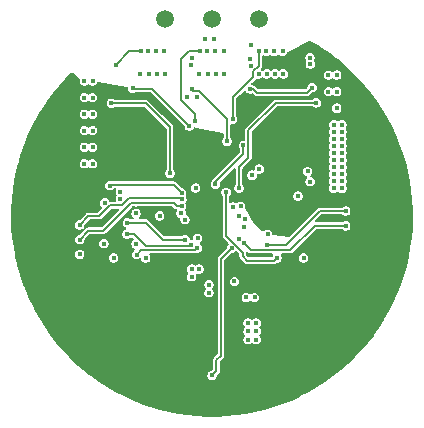
<source format=gbr>
%TF.GenerationSoftware,KiCad,Pcbnew,9.0.3*%
%TF.CreationDate,2025-09-12T00:22:28+02:00*%
%TF.ProjectId,FOC_CONTROLLER_V1,464f435f-434f-44e5-9452-4f4c4c45525f,rev?*%
%TF.SameCoordinates,Original*%
%TF.FileFunction,Copper,L3,Inr*%
%TF.FilePolarity,Positive*%
%FSLAX46Y46*%
G04 Gerber Fmt 4.6, Leading zero omitted, Abs format (unit mm)*
G04 Created by KiCad (PCBNEW 9.0.3) date 2025-09-12 00:22:28*
%MOMM*%
%LPD*%
G01*
G04 APERTURE LIST*
%TA.AperFunction,ComponentPad*%
%ADD10C,0.700000*%
%TD*%
%TA.AperFunction,ComponentPad*%
%ADD11C,4.400000*%
%TD*%
%TA.AperFunction,ComponentPad*%
%ADD12C,1.500000*%
%TD*%
%TA.AperFunction,ViaPad*%
%ADD13C,0.400000*%
%TD*%
%TA.AperFunction,Conductor*%
%ADD14C,0.160000*%
%TD*%
%TA.AperFunction,Conductor*%
%ADD15C,0.200000*%
%TD*%
G04 APERTURE END LIST*
D10*
%TO.N,GND*%
%TO.C,TP2*%
X91630000Y-93280000D03*
X92113274Y-92113274D03*
X92113274Y-94446726D03*
X93280000Y-91630000D03*
D11*
X93280000Y-93280000D03*
D10*
X93280000Y-94930000D03*
X94446726Y-92113274D03*
X94446726Y-94446726D03*
X94930000Y-93280000D03*
%TD*%
%TO.N,GND*%
%TO.C,TP4*%
X91625000Y-106725000D03*
X92108274Y-105558274D03*
X92108274Y-107891726D03*
X93275000Y-105075000D03*
D11*
X93275000Y-106725000D03*
D10*
X93275000Y-108375000D03*
X94441726Y-105558274D03*
X94441726Y-107891726D03*
X94925000Y-106725000D03*
%TD*%
%TO.N,GND*%
%TO.C,TP1*%
X105075000Y-93275000D03*
X105558274Y-92108274D03*
X105558274Y-94441726D03*
X106725000Y-91625000D03*
D11*
X106725000Y-93275000D03*
D10*
X106725000Y-94925000D03*
X107891726Y-92108274D03*
X107891726Y-94441726D03*
X108375000Y-93275000D03*
%TD*%
D12*
%TO.N,/OUTV*%
%TO.C,TP6*%
X100000000Y-83300000D03*
%TD*%
D10*
%TO.N,GND*%
%TO.C,TP3*%
X105066726Y-106716726D03*
X105550000Y-105550000D03*
X105550000Y-107883452D03*
X106716726Y-105066726D03*
D11*
X106716726Y-106716726D03*
D10*
X106716726Y-108366726D03*
X107883452Y-105550000D03*
X107883452Y-107883452D03*
X108366726Y-106716726D03*
%TD*%
D12*
%TO.N,/OUTW*%
%TO.C,TP7*%
X104000000Y-83300000D03*
%TD*%
%TO.N,/OUTU*%
%TO.C,TP5*%
X96000000Y-83300000D03*
%TD*%
D13*
%TO.N,GND*%
X87700000Y-92270000D03*
X87700000Y-94230000D03*
X87700000Y-98150000D03*
%TO.N,+3.3V*%
X98280000Y-104500000D03*
X100207500Y-85020000D03*
X103600000Y-106900000D03*
X103050000Y-110475000D03*
X98280000Y-105150000D03*
X103750000Y-110475000D03*
X101900000Y-105550000D03*
X108090000Y-96230000D03*
X102418225Y-99153663D03*
X92240000Y-97980000D03*
X103750000Y-109075000D03*
X103050000Y-109775000D03*
X101770000Y-99260000D03*
X98890000Y-104500000D03*
X103050000Y-109075000D03*
X95570000Y-99989232D03*
X92240000Y-98530003D03*
X102900000Y-106900000D03*
X104002500Y-96032500D03*
X103750000Y-109775000D03*
%TO.N,GND*%
X104300000Y-104700000D03*
X84121790Y-99167858D03*
X100000000Y-100700000D03*
X84878201Y-95086630D03*
X106800000Y-101100000D03*
X102630000Y-98280000D03*
X86665138Y-91340239D03*
X104913370Y-115121799D03*
X97512692Y-115704245D03*
X106467113Y-114525373D03*
X89360823Y-111816003D03*
X101662003Y-115812898D03*
X114167004Y-107218449D03*
X111242998Y-111242998D03*
X94301950Y-114843929D03*
X96400000Y-110500000D03*
X105900000Y-99000000D03*
X86230196Y-107950000D03*
X96694204Y-115552547D03*
X107800000Y-100000000D03*
X115358221Y-95884777D03*
X84641779Y-104115223D03*
X112356621Y-110006194D03*
X113334862Y-108659761D03*
X93000000Y-102200000D03*
X98170000Y-98260000D03*
X102487308Y-115704245D03*
X99300000Y-99300000D03*
X95884777Y-115358221D03*
X99167858Y-115878210D03*
X100700000Y-100000000D03*
X111300000Y-102100000D03*
X103934287Y-99755057D03*
X98700000Y-108100000D03*
X86665138Y-108659761D03*
X84100000Y-100000000D03*
X114167004Y-92781551D03*
X84447453Y-96694204D03*
X97900000Y-89900000D03*
X115812898Y-98337997D03*
X115878210Y-100832142D03*
X114843929Y-105698050D03*
X94270000Y-99792500D03*
X107970000Y-97680000D03*
X98337997Y-115812898D03*
X91430000Y-98230000D03*
X105698050Y-114843929D03*
X85832996Y-92781551D03*
X109345786Y-112863370D03*
X96400000Y-108100000D03*
X84121790Y-100832142D03*
X89993806Y-112356621D03*
X103305796Y-115552547D03*
X113334862Y-91340239D03*
X98700000Y-89900000D03*
X110006194Y-112356621D03*
X115552547Y-103305796D03*
X115121799Y-95086630D03*
X112200000Y-102100000D03*
X112863370Y-109345786D03*
X99300000Y-100700000D03*
X99300000Y-100000000D03*
X95230000Y-96560000D03*
X110400000Y-103350000D03*
X93532887Y-114525373D03*
X91300000Y-95900000D03*
X115358221Y-104115223D03*
X85156071Y-105698050D03*
X100000000Y-115900000D03*
X90110000Y-99430000D03*
X87643379Y-110006194D03*
X104115223Y-115358221D03*
X96420000Y-109750000D03*
X88183997Y-89360823D03*
X115704245Y-97512692D03*
X84447453Y-103305796D03*
X115812898Y-101662003D03*
X84641779Y-95884777D03*
X96630000Y-103490000D03*
X96400000Y-109000000D03*
X100700000Y-99300000D03*
X111300000Y-103350000D03*
X91540000Y-99770000D03*
X101900000Y-104717500D03*
X100832142Y-115878210D03*
X88183997Y-110639177D03*
X100000000Y-99300000D03*
X84295755Y-102487308D03*
X88757002Y-111242998D03*
X103400000Y-103300000D03*
X111816003Y-110639177D03*
X91340239Y-113334862D03*
X100407500Y-114100000D03*
X84187102Y-98337997D03*
X92050000Y-113769804D03*
X100010000Y-102530000D03*
X115704245Y-102487308D03*
X85832996Y-107218449D03*
X96000000Y-103500000D03*
X85474627Y-106467113D03*
X113769804Y-107950000D03*
X103400000Y-95900000D03*
X87136630Y-109345786D03*
X101860000Y-98050000D03*
X113769804Y-92050000D03*
X110400000Y-102100000D03*
X114525373Y-93532887D03*
X98100000Y-109800000D03*
X84878201Y-104913370D03*
X97580000Y-97400000D03*
X85474627Y-93532887D03*
X114843929Y-94301950D03*
X115121799Y-104913370D03*
X86230196Y-92050000D03*
X90080000Y-100620000D03*
X107218449Y-114167004D03*
X100700000Y-100700000D03*
X115878210Y-99167858D03*
X109500000Y-100200000D03*
X90150000Y-101910000D03*
X97550000Y-108050000D03*
X100000000Y-100000000D03*
X110639177Y-111816003D03*
X115900000Y-100000000D03*
X92960000Y-96780000D03*
X95086630Y-115121799D03*
X107950000Y-113769804D03*
X101000000Y-102600000D03*
X103000000Y-89800000D03*
X85156071Y-94301950D03*
X84187102Y-101662003D03*
X87643379Y-89993806D03*
X108659761Y-113334862D03*
X109500000Y-101400000D03*
X84295755Y-97512692D03*
X115552547Y-96694204D03*
X112200000Y-103350000D03*
X95800000Y-104800000D03*
X87136630Y-90654214D03*
X96500000Y-106100000D03*
X101590000Y-97350000D03*
X92781551Y-114167004D03*
X90654214Y-112863370D03*
X101870000Y-98600000D03*
X114525373Y-106467113D03*
%TO.N,/NRST*%
X88800000Y-103250000D03*
X107750000Y-103550000D03*
%TO.N,VBAT+*%
X110300000Y-95260000D03*
X99750000Y-106500000D03*
X103938000Y-87975000D03*
X89190000Y-88580000D03*
X100338000Y-87975000D03*
X110300000Y-97060000D03*
X93938000Y-87975000D03*
X111000000Y-96460000D03*
X111000000Y-94060000D03*
X89190000Y-95580000D03*
X110300000Y-97660000D03*
X111000000Y-93460000D03*
X89890000Y-91380000D03*
X111000000Y-94660000D03*
X110300000Y-94660000D03*
X111000000Y-92260000D03*
X89190000Y-89980000D03*
X89890000Y-89980000D03*
X94638000Y-87975000D03*
X89890000Y-92780000D03*
X110300000Y-94060000D03*
X109860000Y-89470000D03*
X110560000Y-88070000D03*
X101038000Y-87975000D03*
X111000000Y-92860000D03*
X111000000Y-97660000D03*
X110300000Y-96460000D03*
X104638000Y-87975000D03*
X89890000Y-94180000D03*
X110560000Y-89470000D03*
X110560000Y-90870000D03*
X89890000Y-95580000D03*
X110300000Y-92260000D03*
X98938000Y-87975000D03*
X110300000Y-93460000D03*
X105338000Y-87975000D03*
X89190000Y-91380000D03*
X110300000Y-95860000D03*
X109860000Y-88070000D03*
X111000000Y-97060000D03*
X106038000Y-87975000D03*
X95338000Y-87975000D03*
X111000000Y-95860000D03*
X110300000Y-92860000D03*
X89190000Y-92780000D03*
X96038000Y-87975000D03*
X111000000Y-95260000D03*
X99638000Y-87975000D03*
X89190000Y-94180000D03*
X89890000Y-88580000D03*
X99750000Y-105820000D03*
%TO.N,/ISNSU*%
X102250000Y-99979222D03*
X91672500Y-103550000D03*
%TO.N,/OP2O*%
X98750000Y-102700000D03*
X93610000Y-103270000D03*
%TO.N,/OP2N*%
X92800000Y-101530000D03*
X98200000Y-102430000D03*
%TO.N,/ISNSV*%
X94390000Y-103560000D03*
X102800000Y-100250000D03*
%TO.N,/BTN*%
X97420000Y-98030000D03*
X91350000Y-97427500D03*
%TO.N,Net-(IC1-PA5)*%
X104700000Y-101550000D03*
X99392500Y-85020000D03*
%TO.N,/SHUNT+AFTER*%
X103400000Y-96550000D03*
X103340000Y-85550000D03*
%TO.N,/LSU*%
X96450000Y-96380000D03*
X91480000Y-90457500D03*
%TO.N,/HSW*%
X102284266Y-97625734D03*
X108830000Y-90425000D03*
%TO.N,/LSW*%
X102650000Y-94030000D03*
X100286889Y-97324999D03*
%TO.N,/SPI2_CS*%
X97390000Y-99770000D03*
%TO.N,/OP2P*%
X97750000Y-102010000D03*
X92830000Y-100580000D03*
%TO.N,/SPI2_MOSI*%
X98780000Y-101870000D03*
%TO.N,/UART_TX*%
X102711830Y-102330000D03*
X111323885Y-100836500D03*
%TO.N,/SWCLK*%
X97419527Y-99152966D03*
X88800000Y-102000000D03*
%TO.N,Net-(D8-A)*%
X101664482Y-102724915D03*
X100000000Y-113500000D03*
%TO.N,/MGL*%
X102675141Y-100910002D03*
X98620000Y-97640000D03*
%TO.N,/UART_RX*%
X111323885Y-99586500D03*
X104670000Y-102460000D03*
%TO.N,/SWDIO*%
X97444761Y-98603543D03*
X88800000Y-100750000D03*
%TO.N,/SPI2_MISO*%
X97710000Y-100320000D03*
%TO.N,/MGH*%
X102301875Y-101963340D03*
%TO.N,Net-(IC2-SCLK)*%
X105505000Y-103550000D03*
X101200000Y-98000000D03*
%TO.N,/SHUNT+U*%
X90930000Y-98890000D03*
X98300000Y-86650000D03*
%TO.N,Net-(Q1-G2)*%
X91830000Y-87200000D03*
X93950000Y-86075000D03*
%TO.N,Net-(Q1-G1)*%
X93290000Y-89190000D03*
X98075000Y-92367500D03*
%TO.N,/SHUNT+V*%
X93570000Y-99782500D03*
X103250000Y-86710000D03*
%TO.N,Net-(Q2-G2)*%
X98567326Y-91927624D03*
X98950000Y-86075000D03*
%TO.N,Net-(Q2-G1)*%
X98270000Y-89260000D03*
X101270000Y-93680000D03*
%TO.N,/SHUNT+W*%
X108310000Y-97090000D03*
X108297464Y-86595515D03*
%TO.N,Net-(Q3-G2)*%
X103950000Y-86075000D03*
X101736608Y-91819688D03*
%TO.N,Net-(Q3-G1)*%
X103220000Y-89260000D03*
X108475000Y-89140000D03*
%TO.N,Net-(Q1-S2)*%
X95275000Y-86075000D03*
X94575000Y-86075000D03*
X95975000Y-86075000D03*
%TO.N,Net-(Q2-S2)*%
X99575000Y-86075000D03*
X100275000Y-86075000D03*
X100975000Y-86075000D03*
%TO.N,Net-(Q3-S2)*%
X105975000Y-86075000D03*
X105275000Y-86075000D03*
X104575000Y-86075000D03*
%TO.N,/SHUNT-W*%
X108320000Y-87120000D03*
X107280000Y-98320000D03*
%TO.N,/SHUNT-U*%
X90840000Y-102345000D03*
X98220000Y-87230000D03*
%TO.N,/SHUNT-V*%
X103260000Y-87270000D03*
X93580000Y-102367500D03*
%TD*%
D14*
%TO.N,/SWDIO*%
X97351218Y-98510000D02*
X97444761Y-98603543D01*
X92960000Y-98510000D02*
X97351218Y-98510000D01*
X89540000Y-100010000D02*
X90420000Y-100010000D01*
X88800000Y-100750000D02*
X89540000Y-100010000D01*
X91335000Y-99095000D02*
X92375000Y-99095000D01*
X90420000Y-100010000D02*
X91335000Y-99095000D01*
X92375000Y-99095000D02*
X92960000Y-98510000D01*
%TO.N,/SWCLK*%
X97032966Y-99152966D02*
X97419527Y-99152966D01*
X96794543Y-98914543D02*
X97032966Y-99152966D01*
X88800000Y-102000000D02*
X89540000Y-101260000D01*
X89540000Y-101260000D02*
X90759820Y-101260000D01*
X90759820Y-101260000D02*
X93105277Y-98914543D01*
X93105277Y-98914543D02*
X96794543Y-98914543D01*
%TO.N,/OP2O*%
X94010000Y-102870000D02*
X98580000Y-102870000D01*
X93610000Y-103270000D02*
X94010000Y-102870000D01*
X98580000Y-102870000D02*
X98750000Y-102700000D01*
D15*
%TO.N,/OP2N*%
X94400000Y-102530000D02*
X98100000Y-102530000D01*
X93400000Y-101530000D02*
X94400000Y-102530000D01*
X92800000Y-101530000D02*
X93400000Y-101530000D01*
X98100000Y-102530000D02*
X98200000Y-102430000D01*
D14*
%TO.N,/BTN*%
X91417500Y-97360000D02*
X91350000Y-97427500D01*
X97420000Y-98030000D02*
X96750000Y-97360000D01*
X96750000Y-97360000D02*
X91417500Y-97360000D01*
%TO.N,/LSU*%
X96450000Y-92510000D02*
X96450000Y-96380000D01*
X94397500Y-90457500D02*
X95570000Y-91630000D01*
X93800000Y-90457500D02*
X94397500Y-90457500D01*
X95570000Y-91630000D02*
X96450000Y-92510000D01*
X91480000Y-90457500D02*
X93800000Y-90457500D01*
%TO.N,/HSW*%
X105415000Y-90425000D02*
X107700000Y-90425000D01*
X102284266Y-97625734D02*
X102284266Y-95865734D01*
X102284266Y-95865734D02*
X103081000Y-95069000D01*
X107700000Y-90425000D02*
X108830000Y-90425000D01*
X103081000Y-95069000D02*
X103081000Y-92759000D01*
X103081000Y-92759000D02*
X105415000Y-90425000D01*
%TO.N,/LSW*%
X102650000Y-94750000D02*
X102650000Y-94030000D01*
X100286889Y-97113111D02*
X102650000Y-94750000D01*
X100286889Y-97324999D02*
X100286889Y-97113111D01*
D15*
%TO.N,/OP2P*%
X94410000Y-100580000D02*
X92830000Y-100580000D01*
X97750000Y-102010000D02*
X95840000Y-102010000D01*
X95840000Y-102010000D02*
X94410000Y-100580000D01*
D14*
%TO.N,/UART_TX*%
X103272830Y-102891000D02*
X106639000Y-102891000D01*
X106639000Y-102891000D02*
X108693500Y-100836500D01*
X108693500Y-100836500D02*
X111323885Y-100836500D01*
X102711830Y-102330000D02*
X103272830Y-102891000D01*
%TO.N,Net-(D8-A)*%
X100380000Y-112200000D02*
X100750000Y-111830000D01*
X100000000Y-113500000D02*
X100380000Y-113120000D01*
X100750000Y-103639397D02*
X101664482Y-102724915D01*
X100750000Y-111830000D02*
X100750000Y-103639397D01*
X100380000Y-113120000D02*
X100380000Y-112200000D01*
%TO.N,/UART_RX*%
X109113500Y-99586500D02*
X111323885Y-99586500D01*
X104670000Y-102460000D02*
X106240000Y-102460000D01*
X106240000Y-102460000D02*
X109113500Y-99586500D01*
%TO.N,Net-(IC2-SCLK)*%
X101180000Y-98020000D02*
X101180000Y-101680000D01*
X103000000Y-103800000D02*
X105255000Y-103800000D01*
X102600000Y-103100000D02*
X102600000Y-103400000D01*
X101180000Y-101680000D02*
X102600000Y-103100000D01*
X101200000Y-98000000D02*
X101180000Y-98020000D01*
X105255000Y-103800000D02*
X105505000Y-103550000D01*
X102600000Y-103400000D02*
X103000000Y-103800000D01*
%TO.N,Net-(Q1-G2)*%
X92955000Y-86075000D02*
X91830000Y-87200000D01*
X93950000Y-86075000D02*
X92955000Y-86075000D01*
%TO.N,Net-(Q1-G1)*%
X93290000Y-89190000D02*
X93350000Y-89250000D01*
X94957500Y-89250000D02*
X98075000Y-92367500D01*
X93350000Y-89250000D02*
X94957500Y-89250000D01*
%TO.N,Net-(Q2-G2)*%
X98950000Y-86075000D02*
X98075000Y-86075000D01*
X97400000Y-86750000D02*
X97400000Y-90200000D01*
X97400000Y-90200000D02*
X98567326Y-91367326D01*
X98075000Y-86075000D02*
X97400000Y-86750000D01*
X98567326Y-91367326D02*
X98567326Y-91927624D01*
%TO.N,Net-(Q2-G1)*%
X98920000Y-89420000D02*
X101270000Y-91770000D01*
X98430000Y-89420000D02*
X98920000Y-89420000D01*
X98270000Y-89260000D02*
X98430000Y-89420000D01*
X101270000Y-91770000D02*
X101270000Y-93680000D01*
%TO.N,Net-(Q3-G2)*%
X103500000Y-88200000D02*
X101736608Y-89963392D01*
X103950000Y-86075000D02*
X103950000Y-87300000D01*
X103500000Y-87750000D02*
X103500000Y-88200000D01*
X101736608Y-89963392D02*
X101736608Y-91819688D01*
X103950000Y-87300000D02*
X103500000Y-87750000D01*
%TO.N,Net-(Q3-G1)*%
X103510000Y-89260000D02*
X103800000Y-89550000D01*
X103800000Y-89550000D02*
X108065000Y-89550000D01*
X103220000Y-89260000D02*
X103510000Y-89260000D01*
X108065000Y-89550000D02*
X108475000Y-89140000D01*
%TD*%
%TA.AperFunction,Conductor*%
%TO.N,GND*%
G36*
X103049501Y-103064358D02*
G01*
X103100599Y-103115456D01*
X103164561Y-103152384D01*
X103164563Y-103152384D01*
X103164564Y-103152385D01*
X103200231Y-103161942D01*
X103235898Y-103171499D01*
X103235900Y-103171500D01*
X103235901Y-103171500D01*
X103235902Y-103171500D01*
X105089596Y-103171500D01*
X105094760Y-103173177D01*
X105100072Y-103172056D01*
X105123441Y-103182496D01*
X105147787Y-103190407D01*
X105150978Y-103194799D01*
X105155935Y-103197014D01*
X105168703Y-103219195D01*
X105183751Y-103239907D01*
X105183751Y-103245337D01*
X105186459Y-103250042D01*
X105183751Y-103267069D01*
X105183751Y-103301093D01*
X105179985Y-103310884D01*
X105177895Y-103315561D01*
X105131793Y-103395413D01*
X105116171Y-103453713D01*
X105112968Y-103460884D01*
X105097474Y-103478045D01*
X105084882Y-103497437D01*
X105077363Y-103500322D01*
X105071968Y-103506300D01*
X105049347Y-103511077D01*
X105027761Y-103519364D01*
X105022579Y-103519500D01*
X103157195Y-103519500D01*
X103099004Y-103500593D01*
X103087191Y-103490504D01*
X102909496Y-103312809D01*
X102881719Y-103258292D01*
X102880500Y-103242805D01*
X102880500Y-103134363D01*
X102899407Y-103076172D01*
X102948907Y-103040208D01*
X103010093Y-103040208D01*
X103049501Y-103064358D01*
G37*
%TD.AperFunction*%
%TA.AperFunction,Conductor*%
G36*
X108347721Y-85177829D02*
G01*
X108503639Y-85264551D01*
X108622595Y-85330715D01*
X108626683Y-85333118D01*
X109127647Y-85644059D01*
X109315126Y-85760424D01*
X109319087Y-85763017D01*
X109985571Y-86222309D01*
X109986238Y-86222768D01*
X109990070Y-86225546D01*
X110506291Y-86619030D01*
X110634475Y-86716738D01*
X110638176Y-86719702D01*
X111258316Y-87241183D01*
X111261851Y-87244303D01*
X111764915Y-87710229D01*
X111856301Y-87794869D01*
X111859701Y-87798172D01*
X112314120Y-88261396D01*
X112427126Y-88376591D01*
X112430364Y-88380055D01*
X112969398Y-88984929D01*
X112972467Y-88988543D01*
X113481969Y-89618594D01*
X113484857Y-89622345D01*
X113959464Y-90270413D01*
X113963578Y-90276031D01*
X113966287Y-90279922D01*
X114413164Y-90955788D01*
X114415684Y-90959805D01*
X114829694Y-91656305D01*
X114832018Y-91660438D01*
X115212191Y-92375937D01*
X115214315Y-92380176D01*
X115559795Y-93113066D01*
X115561714Y-93117402D01*
X115871716Y-93866020D01*
X115873424Y-93870443D01*
X116147214Y-94633014D01*
X116148709Y-94637514D01*
X116385674Y-95412325D01*
X116386952Y-95416891D01*
X116586547Y-96202168D01*
X116587605Y-96206791D01*
X116749371Y-97000726D01*
X116750206Y-97005393D01*
X116873770Y-97806151D01*
X116874381Y-97810854D01*
X116959461Y-98616622D01*
X116959846Y-98621347D01*
X117006248Y-99430266D01*
X117006406Y-99435005D01*
X117014022Y-100245210D01*
X117013953Y-100249952D01*
X116982766Y-101059596D01*
X116982470Y-101064328D01*
X116912552Y-101871543D01*
X116912030Y-101876256D01*
X116803537Y-102679224D01*
X116802789Y-102683906D01*
X116655982Y-103480706D01*
X116655012Y-103485348D01*
X116470209Y-104274259D01*
X116469017Y-104278848D01*
X116246661Y-105057973D01*
X116245251Y-105062500D01*
X115985842Y-105830086D01*
X115984217Y-105834541D01*
X115688343Y-106588852D01*
X115686506Y-106593223D01*
X115354866Y-107332472D01*
X115352822Y-107336751D01*
X114986164Y-108059276D01*
X114983918Y-108063452D01*
X114583071Y-108767616D01*
X114580627Y-108771679D01*
X114146536Y-109455823D01*
X114143900Y-109459765D01*
X113677552Y-110122334D01*
X113674731Y-110126145D01*
X113177174Y-110765648D01*
X113174173Y-110769319D01*
X112646600Y-111384223D01*
X112643428Y-111387747D01*
X112086985Y-111976721D01*
X112083647Y-111980089D01*
X111499643Y-112541741D01*
X111496147Y-112544945D01*
X110885944Y-113077969D01*
X110882300Y-113081002D01*
X110247249Y-113584217D01*
X110243463Y-113587072D01*
X109585054Y-114059297D01*
X109581136Y-114061967D01*
X108900876Y-114502120D01*
X108896834Y-114504600D01*
X108196267Y-114911683D01*
X108192111Y-114913966D01*
X107472880Y-115287025D01*
X107468620Y-115289107D01*
X106732340Y-115627304D01*
X106727985Y-115629180D01*
X105976346Y-115931741D01*
X105971906Y-115933406D01*
X105206641Y-116199628D01*
X105202127Y-116201078D01*
X104424991Y-116430354D01*
X104420412Y-116431586D01*
X103633214Y-116623382D01*
X103628582Y-116624394D01*
X102833082Y-116778281D01*
X102828406Y-116779070D01*
X102026452Y-116894690D01*
X102021744Y-116895254D01*
X101215177Y-116972343D01*
X101210447Y-116972681D01*
X100401111Y-117011060D01*
X100396371Y-117011171D01*
X99586130Y-117010755D01*
X99581390Y-117010639D01*
X98772091Y-116971426D01*
X98767362Y-116971083D01*
X97960877Y-116893165D01*
X97956169Y-116892596D01*
X97154352Y-116776154D01*
X97149677Y-116775361D01*
X96354317Y-116620652D01*
X96349686Y-116619635D01*
X95562684Y-116427030D01*
X95558106Y-116425793D01*
X94781202Y-116195717D01*
X94776699Y-116194265D01*
X94423313Y-116070920D01*
X94011723Y-115927260D01*
X94007285Y-115925591D01*
X93255950Y-115622256D01*
X93251597Y-115620376D01*
X92515665Y-115281420D01*
X92511407Y-115279334D01*
X91792534Y-114905523D01*
X91788381Y-114903235D01*
X91088244Y-114495437D01*
X91084210Y-114492956D01*
X90404390Y-114052094D01*
X90400475Y-114049419D01*
X89742577Y-113576537D01*
X89738794Y-113573679D01*
X89579608Y-113447273D01*
X99599500Y-113447273D01*
X99599500Y-113552727D01*
X99608703Y-113587072D01*
X99626794Y-113654589D01*
X99626794Y-113654590D01*
X99679518Y-113745910D01*
X99679520Y-113745913D01*
X99754087Y-113820480D01*
X99845413Y-113873207D01*
X99947273Y-113900500D01*
X99947275Y-113900500D01*
X100052725Y-113900500D01*
X100052727Y-113900500D01*
X100154587Y-113873207D01*
X100245913Y-113820480D01*
X100320480Y-113745913D01*
X100373207Y-113654587D01*
X100400500Y-113552727D01*
X100400500Y-113537193D01*
X100419407Y-113479002D01*
X100429497Y-113467189D01*
X100449413Y-113447273D01*
X100604455Y-113292232D01*
X100641384Y-113228269D01*
X100660500Y-113156929D01*
X100660500Y-113083071D01*
X100660500Y-112357192D01*
X100679407Y-112299001D01*
X100689490Y-112287195D01*
X100922228Y-112054457D01*
X100922231Y-112054456D01*
X100974456Y-112002231D01*
X101011384Y-111938269D01*
X101030500Y-111866928D01*
X101030500Y-109022273D01*
X102649500Y-109022273D01*
X102649500Y-109127727D01*
X102676793Y-109229587D01*
X102676794Y-109229589D01*
X102676794Y-109229590D01*
X102729518Y-109320910D01*
X102729520Y-109320913D01*
X102763605Y-109354998D01*
X102791381Y-109409513D01*
X102781810Y-109469945D01*
X102763606Y-109495000D01*
X102729520Y-109529087D01*
X102729518Y-109529089D01*
X102676794Y-109620409D01*
X102676794Y-109620410D01*
X102676793Y-109620412D01*
X102676793Y-109620413D01*
X102649500Y-109722273D01*
X102649500Y-109827727D01*
X102676793Y-109929587D01*
X102676794Y-109929589D01*
X102676794Y-109929590D01*
X102729518Y-110020910D01*
X102729520Y-110020913D01*
X102763605Y-110054998D01*
X102791381Y-110109513D01*
X102781810Y-110169945D01*
X102763606Y-110195000D01*
X102729520Y-110229087D01*
X102729518Y-110229089D01*
X102676794Y-110320409D01*
X102676794Y-110320410D01*
X102676793Y-110320412D01*
X102676793Y-110320413D01*
X102649500Y-110422273D01*
X102649500Y-110527727D01*
X102676793Y-110629587D01*
X102676794Y-110629589D01*
X102676794Y-110629590D01*
X102729518Y-110720910D01*
X102729520Y-110720913D01*
X102804087Y-110795480D01*
X102895413Y-110848207D01*
X102997273Y-110875500D01*
X102997275Y-110875500D01*
X103102725Y-110875500D01*
X103102727Y-110875500D01*
X103204587Y-110848207D01*
X103295913Y-110795480D01*
X103329998Y-110761394D01*
X103384513Y-110733619D01*
X103444945Y-110743190D01*
X103470000Y-110761393D01*
X103504087Y-110795480D01*
X103595413Y-110848207D01*
X103697273Y-110875500D01*
X103697275Y-110875500D01*
X103802725Y-110875500D01*
X103802727Y-110875500D01*
X103904587Y-110848207D01*
X103995913Y-110795480D01*
X104070480Y-110720913D01*
X104123207Y-110629587D01*
X104150500Y-110527727D01*
X104150500Y-110422273D01*
X104123207Y-110320413D01*
X104070480Y-110229087D01*
X104036394Y-110195001D01*
X104008619Y-110140487D01*
X104018190Y-110080055D01*
X104036393Y-110054999D01*
X104070480Y-110020913D01*
X104123207Y-109929587D01*
X104150500Y-109827727D01*
X104150500Y-109722273D01*
X104123207Y-109620413D01*
X104070480Y-109529087D01*
X104036394Y-109495001D01*
X104008619Y-109440487D01*
X104018190Y-109380055D01*
X104036393Y-109354999D01*
X104070480Y-109320913D01*
X104123207Y-109229587D01*
X104150500Y-109127727D01*
X104150500Y-109022273D01*
X104123207Y-108920413D01*
X104070480Y-108829087D01*
X103995913Y-108754520D01*
X103904587Y-108701793D01*
X103802727Y-108674500D01*
X103697273Y-108674500D01*
X103595413Y-108701793D01*
X103595412Y-108701793D01*
X103595410Y-108701794D01*
X103595409Y-108701794D01*
X103504089Y-108754518D01*
X103504087Y-108754519D01*
X103504087Y-108754520D01*
X103470001Y-108788605D01*
X103415487Y-108816381D01*
X103355055Y-108806810D01*
X103329999Y-108788606D01*
X103295913Y-108754520D01*
X103204587Y-108701793D01*
X103102727Y-108674500D01*
X102997273Y-108674500D01*
X102895413Y-108701793D01*
X102895412Y-108701793D01*
X102895410Y-108701794D01*
X102895409Y-108701794D01*
X102804089Y-108754518D01*
X102729518Y-108829089D01*
X102676794Y-108920409D01*
X102676794Y-108920410D01*
X102676793Y-108920412D01*
X102676793Y-108920413D01*
X102649500Y-109022273D01*
X101030500Y-109022273D01*
X101030500Y-106847273D01*
X102499500Y-106847273D01*
X102499500Y-106952727D01*
X102526793Y-107054587D01*
X102526794Y-107054589D01*
X102526794Y-107054590D01*
X102579518Y-107145910D01*
X102579520Y-107145913D01*
X102654087Y-107220480D01*
X102745413Y-107273207D01*
X102847273Y-107300500D01*
X102847275Y-107300500D01*
X102952725Y-107300500D01*
X102952727Y-107300500D01*
X103054587Y-107273207D01*
X103145913Y-107220480D01*
X103179998Y-107186394D01*
X103234513Y-107158619D01*
X103294945Y-107168190D01*
X103320000Y-107186393D01*
X103354087Y-107220480D01*
X103445413Y-107273207D01*
X103547273Y-107300500D01*
X103547275Y-107300500D01*
X103652725Y-107300500D01*
X103652727Y-107300500D01*
X103754587Y-107273207D01*
X103845913Y-107220480D01*
X103920480Y-107145913D01*
X103973207Y-107054587D01*
X104000500Y-106952727D01*
X104000500Y-106847273D01*
X103973207Y-106745413D01*
X103920480Y-106654087D01*
X103845913Y-106579520D01*
X103754587Y-106526793D01*
X103652727Y-106499500D01*
X103547273Y-106499500D01*
X103445413Y-106526793D01*
X103445412Y-106526793D01*
X103445410Y-106526794D01*
X103445409Y-106526794D01*
X103354089Y-106579518D01*
X103354087Y-106579519D01*
X103354087Y-106579520D01*
X103320001Y-106613605D01*
X103265487Y-106641381D01*
X103205055Y-106631810D01*
X103179999Y-106613606D01*
X103145913Y-106579520D01*
X103054587Y-106526793D01*
X102952727Y-106499500D01*
X102847273Y-106499500D01*
X102745413Y-106526793D01*
X102745412Y-106526793D01*
X102745410Y-106526794D01*
X102745409Y-106526794D01*
X102654089Y-106579518D01*
X102579518Y-106654089D01*
X102526794Y-106745409D01*
X102526794Y-106745410D01*
X102526793Y-106745412D01*
X102526793Y-106745413D01*
X102499500Y-106847273D01*
X101030500Y-106847273D01*
X101030500Y-105497273D01*
X101499500Y-105497273D01*
X101499500Y-105602727D01*
X101526793Y-105704587D01*
X101526794Y-105704589D01*
X101526794Y-105704590D01*
X101579518Y-105795910D01*
X101579520Y-105795913D01*
X101654087Y-105870480D01*
X101745413Y-105923207D01*
X101847273Y-105950500D01*
X101847275Y-105950500D01*
X101952725Y-105950500D01*
X101952727Y-105950500D01*
X102054587Y-105923207D01*
X102145913Y-105870480D01*
X102220480Y-105795913D01*
X102273207Y-105704587D01*
X102300500Y-105602727D01*
X102300500Y-105497273D01*
X102273207Y-105395413D01*
X102220480Y-105304087D01*
X102145913Y-105229520D01*
X102054587Y-105176793D01*
X101952727Y-105149500D01*
X101847273Y-105149500D01*
X101745413Y-105176793D01*
X101745412Y-105176793D01*
X101745410Y-105176794D01*
X101745409Y-105176794D01*
X101654089Y-105229518D01*
X101579518Y-105304089D01*
X101526794Y-105395409D01*
X101526794Y-105395410D01*
X101526793Y-105395412D01*
X101526793Y-105395413D01*
X101499500Y-105497273D01*
X101030500Y-105497273D01*
X101030500Y-103796591D01*
X101049407Y-103738400D01*
X101059496Y-103726587D01*
X101631673Y-103154411D01*
X101686190Y-103126634D01*
X101701677Y-103125415D01*
X101717207Y-103125415D01*
X101717209Y-103125415D01*
X101819069Y-103098122D01*
X101910395Y-103045395D01*
X101959549Y-102996240D01*
X102014063Y-102968464D01*
X102074495Y-102978035D01*
X102099554Y-102996241D01*
X102290503Y-103187189D01*
X102318281Y-103241706D01*
X102319500Y-103257193D01*
X102319500Y-103436931D01*
X102330517Y-103478045D01*
X102335305Y-103495913D01*
X102336559Y-103500593D01*
X102338616Y-103508270D01*
X102338617Y-103508272D01*
X102375542Y-103572228D01*
X102375544Y-103572231D01*
X102427769Y-103624456D01*
X102427771Y-103624457D01*
X102433413Y-103630099D01*
X102433412Y-103630099D01*
X102433416Y-103630102D01*
X102775542Y-103972230D01*
X102775543Y-103972230D01*
X102775544Y-103972231D01*
X102775543Y-103972231D01*
X102827766Y-104024453D01*
X102827769Y-104024456D01*
X102891731Y-104061384D01*
X102891733Y-104061384D01*
X102891734Y-104061385D01*
X102927401Y-104070942D01*
X102963068Y-104080499D01*
X102963070Y-104080500D01*
X102963071Y-104080500D01*
X105291930Y-104080500D01*
X105291930Y-104080499D01*
X105363265Y-104061385D01*
X105363266Y-104061385D01*
X105363266Y-104061384D01*
X105363269Y-104061384D01*
X105427231Y-104024456D01*
X105472192Y-103979494D01*
X105526707Y-103951719D01*
X105542194Y-103950500D01*
X105557725Y-103950500D01*
X105557727Y-103950500D01*
X105659587Y-103923207D01*
X105750913Y-103870480D01*
X105825480Y-103795913D01*
X105878207Y-103704587D01*
X105905500Y-103602727D01*
X105905500Y-103497273D01*
X107349500Y-103497273D01*
X107349500Y-103602727D01*
X107367660Y-103670500D01*
X107376794Y-103704589D01*
X107376794Y-103704590D01*
X107406613Y-103756237D01*
X107429520Y-103795913D01*
X107504087Y-103870480D01*
X107595413Y-103923207D01*
X107697273Y-103950500D01*
X107697275Y-103950500D01*
X107802725Y-103950500D01*
X107802727Y-103950500D01*
X107904587Y-103923207D01*
X107995913Y-103870480D01*
X108070480Y-103795913D01*
X108123207Y-103704587D01*
X108150500Y-103602727D01*
X108150500Y-103497273D01*
X108123207Y-103395413D01*
X108104534Y-103363071D01*
X108070481Y-103304089D01*
X108070480Y-103304087D01*
X107995913Y-103229520D01*
X107974702Y-103217274D01*
X107904589Y-103176794D01*
X107904588Y-103176793D01*
X107904587Y-103176793D01*
X107802727Y-103149500D01*
X107697273Y-103149500D01*
X107595413Y-103176793D01*
X107595412Y-103176793D01*
X107595410Y-103176794D01*
X107595409Y-103176794D01*
X107504089Y-103229518D01*
X107429518Y-103304089D01*
X107376794Y-103395409D01*
X107376794Y-103395410D01*
X107376793Y-103395412D01*
X107376793Y-103395413D01*
X107349500Y-103497273D01*
X105905500Y-103497273D01*
X105878207Y-103395413D01*
X105834666Y-103319999D01*
X105821946Y-103260151D01*
X105846833Y-103204256D01*
X105899821Y-103173663D01*
X105920404Y-103171500D01*
X106675930Y-103171500D01*
X106675930Y-103171499D01*
X106747269Y-103152384D01*
X106771116Y-103138616D01*
X106811231Y-103115456D01*
X106863456Y-103063231D01*
X106863457Y-103063228D01*
X108780691Y-101145996D01*
X108835208Y-101118219D01*
X108850695Y-101117000D01*
X110996985Y-101117000D01*
X111055176Y-101135907D01*
X111066982Y-101145990D01*
X111077972Y-101156980D01*
X111169298Y-101209707D01*
X111271158Y-101237000D01*
X111271160Y-101237000D01*
X111376610Y-101237000D01*
X111376612Y-101237000D01*
X111478472Y-101209707D01*
X111569798Y-101156980D01*
X111644365Y-101082413D01*
X111697092Y-100991087D01*
X111724385Y-100889227D01*
X111724385Y-100783773D01*
X111697092Y-100681913D01*
X111668694Y-100632727D01*
X111647151Y-100595413D01*
X111644365Y-100590587D01*
X111569798Y-100516020D01*
X111549129Y-100504087D01*
X111478474Y-100463294D01*
X111478473Y-100463293D01*
X111478472Y-100463293D01*
X111376612Y-100436000D01*
X111271158Y-100436000D01*
X111169298Y-100463293D01*
X111169297Y-100463293D01*
X111169295Y-100463294D01*
X111169294Y-100463294D01*
X111077974Y-100516018D01*
X111077972Y-100516019D01*
X111077972Y-100516020D01*
X111066986Y-100527005D01*
X111012472Y-100554781D01*
X110996985Y-100556000D01*
X108779695Y-100556000D01*
X108721504Y-100537093D01*
X108685540Y-100487593D01*
X108685540Y-100426407D01*
X108709691Y-100386996D01*
X109200691Y-99895996D01*
X109255208Y-99868219D01*
X109270695Y-99867000D01*
X110996985Y-99867000D01*
X111055176Y-99885907D01*
X111066982Y-99895990D01*
X111077972Y-99906980D01*
X111169298Y-99959707D01*
X111271158Y-99987000D01*
X111271160Y-99987000D01*
X111376610Y-99987000D01*
X111376612Y-99987000D01*
X111478472Y-99959707D01*
X111569798Y-99906980D01*
X111644365Y-99832413D01*
X111697092Y-99741087D01*
X111724385Y-99639227D01*
X111724385Y-99533773D01*
X111697092Y-99431913D01*
X111696628Y-99431110D01*
X111644366Y-99340589D01*
X111644365Y-99340587D01*
X111569798Y-99266020D01*
X111566931Y-99264365D01*
X111478474Y-99213294D01*
X111478473Y-99213293D01*
X111478472Y-99213293D01*
X111376612Y-99186000D01*
X111271158Y-99186000D01*
X111169298Y-99213293D01*
X111169297Y-99213293D01*
X111169295Y-99213294D01*
X111169294Y-99213294D01*
X111077974Y-99266018D01*
X111077972Y-99266019D01*
X111077972Y-99266020D01*
X111066986Y-99277005D01*
X111012472Y-99304781D01*
X110996985Y-99306000D01*
X109076572Y-99306000D01*
X109005231Y-99325116D01*
X109005230Y-99325116D01*
X109005228Y-99325117D01*
X108951074Y-99356382D01*
X108951075Y-99356383D01*
X108941271Y-99362043D01*
X108941269Y-99362044D01*
X106560824Y-101742488D01*
X106506307Y-101770265D01*
X106481857Y-101771077D01*
X105190537Y-101653684D01*
X105134297Y-101629586D01*
X105102962Y-101577034D01*
X105100500Y-101555091D01*
X105100500Y-101497274D01*
X105100500Y-101497273D01*
X105073207Y-101395413D01*
X105020480Y-101304087D01*
X104945913Y-101229520D01*
X104945878Y-101229500D01*
X104854589Y-101176794D01*
X104854588Y-101176793D01*
X104854587Y-101176793D01*
X104752727Y-101149500D01*
X104647273Y-101149500D01*
X104545413Y-101176793D01*
X104545412Y-101176793D01*
X104545410Y-101176794D01*
X104545409Y-101176794D01*
X104454086Y-101229519D01*
X104394628Y-101288977D01*
X104340111Y-101316753D01*
X104279680Y-101307181D01*
X104258399Y-101292558D01*
X103612287Y-100711058D01*
X103591974Y-100685554D01*
X102822391Y-99300305D01*
X102810660Y-99240257D01*
X102813304Y-99226617D01*
X102818725Y-99206390D01*
X102818725Y-99100936D01*
X102791432Y-98999076D01*
X102738705Y-98907750D01*
X102664138Y-98833183D01*
X102649121Y-98824513D01*
X102572814Y-98780457D01*
X102572813Y-98780456D01*
X102572812Y-98780456D01*
X102470952Y-98753163D01*
X102365498Y-98753163D01*
X102263638Y-98780456D01*
X102263637Y-98780456D01*
X102263635Y-98780457D01*
X102263634Y-98780457D01*
X102172312Y-98833182D01*
X102134490Y-98871004D01*
X102127373Y-98874629D01*
X102122678Y-98881093D01*
X102100626Y-98888257D01*
X102079973Y-98898781D01*
X102064487Y-98900000D01*
X101973989Y-98900000D01*
X101930923Y-98888458D01*
X101930585Y-98889277D01*
X101924592Y-98886794D01*
X101879190Y-98874629D01*
X101822727Y-98859500D01*
X101717273Y-98859500D01*
X101674339Y-98871004D01*
X101615407Y-98886794D01*
X101609415Y-98889277D01*
X101609076Y-98888458D01*
X101566011Y-98900000D01*
X101559500Y-98900000D01*
X101501309Y-98881093D01*
X101465345Y-98831593D01*
X101460500Y-98801000D01*
X101460500Y-98346900D01*
X101479407Y-98288709D01*
X101489490Y-98276902D01*
X101499119Y-98267273D01*
X106879500Y-98267273D01*
X106879500Y-98372727D01*
X106906793Y-98474587D01*
X106906794Y-98474589D01*
X106906794Y-98474590D01*
X106950804Y-98550817D01*
X106959520Y-98565913D01*
X107034087Y-98640480D01*
X107125413Y-98693207D01*
X107227273Y-98720500D01*
X107227275Y-98720500D01*
X107332725Y-98720500D01*
X107332727Y-98720500D01*
X107434587Y-98693207D01*
X107525913Y-98640480D01*
X107600480Y-98565913D01*
X107653207Y-98474587D01*
X107680500Y-98372727D01*
X107680500Y-98267273D01*
X107653207Y-98165413D01*
X107646958Y-98154590D01*
X107600481Y-98074089D01*
X107600480Y-98074087D01*
X107525913Y-97999520D01*
X107524910Y-97998941D01*
X107434589Y-97946794D01*
X107434588Y-97946793D01*
X107434587Y-97946793D01*
X107332727Y-97919500D01*
X107227273Y-97919500D01*
X107125413Y-97946793D01*
X107125412Y-97946793D01*
X107125410Y-97946794D01*
X107125409Y-97946794D01*
X107034089Y-97999518D01*
X106959518Y-98074089D01*
X106906794Y-98165409D01*
X106906794Y-98165410D01*
X106906793Y-98165412D01*
X106906793Y-98165413D01*
X106879500Y-98267273D01*
X101499119Y-98267273D01*
X101520480Y-98245913D01*
X101573207Y-98154587D01*
X101600500Y-98052727D01*
X101600500Y-97947273D01*
X101573207Y-97845413D01*
X101555411Y-97814590D01*
X101520481Y-97754089D01*
X101520480Y-97754087D01*
X101445913Y-97679520D01*
X101444075Y-97678459D01*
X101354589Y-97626794D01*
X101354588Y-97626793D01*
X101354587Y-97626793D01*
X101252727Y-97599500D01*
X101147273Y-97599500D01*
X101045413Y-97626793D01*
X101045412Y-97626793D01*
X101045410Y-97626794D01*
X101045409Y-97626794D01*
X100954089Y-97679518D01*
X100879518Y-97754089D01*
X100826794Y-97845409D01*
X100826794Y-97845410D01*
X100826793Y-97845412D01*
X100826793Y-97845413D01*
X100799500Y-97947273D01*
X100799500Y-98052727D01*
X100826793Y-98154587D01*
X100826794Y-98154589D01*
X100826794Y-98154590D01*
X100882764Y-98251532D01*
X100881509Y-98252256D01*
X100899466Y-98302968D01*
X100899500Y-98305557D01*
X100899500Y-101716928D01*
X100913791Y-101770265D01*
X100913844Y-101770460D01*
X100918616Y-101788269D01*
X100955544Y-101852231D01*
X101007769Y-101904456D01*
X101007771Y-101904457D01*
X101013413Y-101910099D01*
X101013412Y-101910099D01*
X101013416Y-101910102D01*
X101393155Y-102289842D01*
X101420932Y-102344358D01*
X101411361Y-102404790D01*
X101393155Y-102429848D01*
X101344001Y-102479002D01*
X101291276Y-102570324D01*
X101291276Y-102570325D01*
X101291275Y-102570327D01*
X101291275Y-102570328D01*
X101265780Y-102665480D01*
X101263982Y-102672189D01*
X101263982Y-102687720D01*
X101245075Y-102745911D01*
X101234986Y-102757724D01*
X100577771Y-103414939D01*
X100577769Y-103414941D01*
X100577768Y-103414940D01*
X100525545Y-103467164D01*
X100488982Y-103530493D01*
X100488616Y-103531126D01*
X100470033Y-103600481D01*
X100470027Y-103600501D01*
X100469500Y-103602466D01*
X100469500Y-111672806D01*
X100450593Y-111730997D01*
X100440503Y-111742810D01*
X100207770Y-111975541D01*
X100207771Y-111975542D01*
X100207769Y-111975544D01*
X100207768Y-111975543D01*
X100155546Y-112027766D01*
X100118616Y-112091730D01*
X100118616Y-112091731D01*
X100099500Y-112163072D01*
X100099500Y-112163074D01*
X100099500Y-112962805D01*
X100097031Y-112970402D01*
X100098281Y-112978292D01*
X100087756Y-112998947D01*
X100080593Y-113020996D01*
X100070504Y-113032809D01*
X100032809Y-113070504D01*
X99978292Y-113098281D01*
X99962805Y-113099500D01*
X99947273Y-113099500D01*
X99845413Y-113126793D01*
X99845412Y-113126793D01*
X99845410Y-113126794D01*
X99845409Y-113126794D01*
X99754089Y-113179518D01*
X99679518Y-113254089D01*
X99626794Y-113345409D01*
X99626794Y-113345410D01*
X99626793Y-113345412D01*
X99626793Y-113345413D01*
X99599500Y-113447273D01*
X89579608Y-113447273D01*
X89104248Y-113069801D01*
X89100628Y-113066782D01*
X88684555Y-112702580D01*
X88490942Y-112533103D01*
X88487450Y-112529895D01*
X87904046Y-111967663D01*
X87900711Y-111964292D01*
X87357131Y-111387747D01*
X87344863Y-111374734D01*
X87341717Y-111371233D01*
X86814747Y-110755751D01*
X86811751Y-110752076D01*
X86314860Y-110112073D01*
X86312042Y-110108259D01*
X85846372Y-109445205D01*
X85843741Y-109441261D01*
X85410356Y-108756676D01*
X85407916Y-108752610D01*
X85007799Y-108048044D01*
X85005557Y-108043866D01*
X84814913Y-107667229D01*
X84639641Y-107320960D01*
X84637603Y-107316683D01*
X84594564Y-107220481D01*
X84306714Y-106577071D01*
X84304884Y-106572703D01*
X84297071Y-106552725D01*
X84070987Y-105974590D01*
X84009788Y-105818094D01*
X84008168Y-105813640D01*
X83992551Y-105767273D01*
X99349500Y-105767273D01*
X99349500Y-105872727D01*
X99363026Y-105923207D01*
X99376794Y-105974589D01*
X99376794Y-105974590D01*
X99429518Y-106065910D01*
X99429520Y-106065913D01*
X99453605Y-106089998D01*
X99481381Y-106144513D01*
X99471810Y-106204945D01*
X99453606Y-106230000D01*
X99429520Y-106254087D01*
X99429518Y-106254089D01*
X99376794Y-106345409D01*
X99376794Y-106345410D01*
X99376793Y-106345412D01*
X99376793Y-106345413D01*
X99349500Y-106447273D01*
X99349500Y-106552727D01*
X99359180Y-106588852D01*
X99376794Y-106654589D01*
X99376794Y-106654590D01*
X99429231Y-106745413D01*
X99429520Y-106745913D01*
X99504087Y-106820480D01*
X99595413Y-106873207D01*
X99697273Y-106900500D01*
X99697275Y-106900500D01*
X99802725Y-106900500D01*
X99802727Y-106900500D01*
X99904587Y-106873207D01*
X99995913Y-106820480D01*
X100070480Y-106745913D01*
X100123207Y-106654587D01*
X100150500Y-106552727D01*
X100150500Y-106447273D01*
X100123207Y-106345413D01*
X100070480Y-106254087D01*
X100046394Y-106230001D01*
X100018619Y-106175487D01*
X100028190Y-106115055D01*
X100046393Y-106089999D01*
X100070480Y-106065913D01*
X100123207Y-105974587D01*
X100150500Y-105872727D01*
X100150500Y-105767273D01*
X100123207Y-105665413D01*
X100070480Y-105574087D01*
X99995913Y-105499520D01*
X99992021Y-105497273D01*
X99904589Y-105446794D01*
X99904588Y-105446793D01*
X99904587Y-105446793D01*
X99802727Y-105419500D01*
X99697273Y-105419500D01*
X99595413Y-105446793D01*
X99595412Y-105446793D01*
X99595410Y-105446794D01*
X99595409Y-105446794D01*
X99504089Y-105499518D01*
X99429518Y-105574089D01*
X99376794Y-105665409D01*
X99376794Y-105665410D01*
X99376793Y-105665412D01*
X99376793Y-105665413D01*
X99349500Y-105767273D01*
X83992551Y-105767273D01*
X83749547Y-105045778D01*
X83748153Y-105041289D01*
X83579286Y-104447273D01*
X97879500Y-104447273D01*
X97879500Y-104552727D01*
X97885897Y-104576600D01*
X97906794Y-104654589D01*
X97906794Y-104654590D01*
X97959518Y-104745910D01*
X97959520Y-104745913D01*
X97968605Y-104754998D01*
X97996381Y-104809513D01*
X97986810Y-104869945D01*
X97968606Y-104895000D01*
X97963107Y-104900500D01*
X97959518Y-104904089D01*
X97906794Y-104995409D01*
X97906794Y-104995410D01*
X97906793Y-104995412D01*
X97906793Y-104995413D01*
X97879500Y-105097273D01*
X97879500Y-105202727D01*
X97906659Y-105304087D01*
X97906794Y-105304589D01*
X97906794Y-105304590D01*
X97959231Y-105395413D01*
X97959520Y-105395913D01*
X98034087Y-105470480D01*
X98125413Y-105523207D01*
X98227273Y-105550500D01*
X98227275Y-105550500D01*
X98332725Y-105550500D01*
X98332727Y-105550500D01*
X98434587Y-105523207D01*
X98525913Y-105470480D01*
X98600480Y-105395913D01*
X98653207Y-105304587D01*
X98680500Y-105202727D01*
X98680500Y-105097273D01*
X98655950Y-105005650D01*
X98659153Y-104944552D01*
X98697658Y-104897002D01*
X98756758Y-104881166D01*
X98777193Y-104884402D01*
X98837273Y-104900500D01*
X98837275Y-104900500D01*
X98942725Y-104900500D01*
X98942727Y-104900500D01*
X99044587Y-104873207D01*
X99135913Y-104820480D01*
X99210480Y-104745913D01*
X99263207Y-104654587D01*
X99290500Y-104552727D01*
X99290500Y-104447273D01*
X99263207Y-104345413D01*
X99210480Y-104254087D01*
X99135913Y-104179520D01*
X99044587Y-104126793D01*
X98942727Y-104099500D01*
X98837273Y-104099500D01*
X98735413Y-104126793D01*
X98735412Y-104126793D01*
X98735410Y-104126794D01*
X98735409Y-104126794D01*
X98638468Y-104182764D01*
X98637634Y-104181319D01*
X98587580Y-104199038D01*
X98531697Y-104182478D01*
X98531532Y-104182764D01*
X98530340Y-104182076D01*
X98528916Y-104181654D01*
X98526234Y-104179705D01*
X98434589Y-104126794D01*
X98434588Y-104126793D01*
X98434587Y-104126793D01*
X98332727Y-104099500D01*
X98227273Y-104099500D01*
X98125413Y-104126793D01*
X98125412Y-104126793D01*
X98125410Y-104126794D01*
X98125409Y-104126794D01*
X98034089Y-104179518D01*
X97959518Y-104254089D01*
X97906794Y-104345409D01*
X97906794Y-104345410D01*
X97906793Y-104345412D01*
X97906793Y-104345413D01*
X97879500Y-104447273D01*
X83579286Y-104447273D01*
X83526587Y-104261897D01*
X83525400Y-104257306D01*
X83471107Y-104024455D01*
X83341410Y-103468213D01*
X83340453Y-103463615D01*
X83291664Y-103197273D01*
X88399500Y-103197273D01*
X88399500Y-103302727D01*
X88424335Y-103395413D01*
X88426794Y-103404589D01*
X88426794Y-103404590D01*
X88462923Y-103467166D01*
X88479520Y-103495913D01*
X88554087Y-103570480D01*
X88645413Y-103623207D01*
X88747273Y-103650500D01*
X88747275Y-103650500D01*
X88852725Y-103650500D01*
X88852727Y-103650500D01*
X88954587Y-103623207D01*
X89045913Y-103570480D01*
X89119120Y-103497273D01*
X91272000Y-103497273D01*
X91272000Y-103602727D01*
X91290160Y-103670500D01*
X91299294Y-103704589D01*
X91299294Y-103704590D01*
X91329113Y-103756237D01*
X91352020Y-103795913D01*
X91426587Y-103870480D01*
X91517913Y-103923207D01*
X91619773Y-103950500D01*
X91619775Y-103950500D01*
X91725225Y-103950500D01*
X91725227Y-103950500D01*
X91827087Y-103923207D01*
X91918413Y-103870480D01*
X91992980Y-103795913D01*
X92045707Y-103704587D01*
X92073000Y-103602727D01*
X92073000Y-103497273D01*
X92045707Y-103395413D01*
X92027034Y-103363071D01*
X91992981Y-103304089D01*
X91992980Y-103304087D01*
X91918413Y-103229520D01*
X91897202Y-103217274D01*
X91827089Y-103176794D01*
X91827088Y-103176793D01*
X91827087Y-103176793D01*
X91725227Y-103149500D01*
X91619773Y-103149500D01*
X91517913Y-103176793D01*
X91517912Y-103176793D01*
X91517910Y-103176794D01*
X91517909Y-103176794D01*
X91426589Y-103229518D01*
X91352018Y-103304089D01*
X91299294Y-103395409D01*
X91299294Y-103395410D01*
X91299293Y-103395412D01*
X91299293Y-103395413D01*
X91272000Y-103497273D01*
X89119120Y-103497273D01*
X89120480Y-103495913D01*
X89173207Y-103404587D01*
X89200500Y-103302727D01*
X89200500Y-103197273D01*
X89173207Y-103095413D01*
X89160386Y-103073207D01*
X89120481Y-103004089D01*
X89120480Y-103004087D01*
X89045913Y-102929520D01*
X89042880Y-102927769D01*
X88954589Y-102876794D01*
X88954588Y-102876793D01*
X88954587Y-102876793D01*
X88852727Y-102849500D01*
X88747273Y-102849500D01*
X88645413Y-102876793D01*
X88645412Y-102876793D01*
X88645410Y-102876794D01*
X88645409Y-102876794D01*
X88554089Y-102929518D01*
X88479518Y-103004089D01*
X88426794Y-103095409D01*
X88426794Y-103095410D01*
X88426793Y-103095412D01*
X88426793Y-103095413D01*
X88399500Y-103197273D01*
X83291664Y-103197273D01*
X83194449Y-102666569D01*
X83193716Y-102661945D01*
X83086047Y-101858848D01*
X83085532Y-101854146D01*
X83085368Y-101852230D01*
X83016442Y-101046842D01*
X83016155Y-101042180D01*
X83003224Y-100697273D01*
X88399500Y-100697273D01*
X88399500Y-100802727D01*
X88425693Y-100900480D01*
X88426794Y-100904589D01*
X88426794Y-100904590D01*
X88476735Y-100991089D01*
X88479520Y-100995913D01*
X88554087Y-101070480D01*
X88645413Y-101123207D01*
X88747273Y-101150500D01*
X88747275Y-101150500D01*
X88852725Y-101150500D01*
X88852727Y-101150500D01*
X88954587Y-101123207D01*
X89045913Y-101070480D01*
X89120480Y-100995913D01*
X89173207Y-100904587D01*
X89200500Y-100802727D01*
X89200500Y-100787194D01*
X89219407Y-100729003D01*
X89229496Y-100717190D01*
X89627190Y-100319496D01*
X89681707Y-100291719D01*
X89697194Y-100290500D01*
X90456930Y-100290500D01*
X90456930Y-100290499D01*
X90528269Y-100271384D01*
X90531184Y-100269701D01*
X90592231Y-100234456D01*
X90644456Y-100182231D01*
X90644457Y-100182228D01*
X91422191Y-99404496D01*
X91476707Y-99376719D01*
X91492194Y-99375500D01*
X92008626Y-99375500D01*
X92066817Y-99394407D01*
X92102781Y-99443907D01*
X92102781Y-99505093D01*
X92078630Y-99544504D01*
X90672630Y-100950504D01*
X90618113Y-100978281D01*
X90602626Y-100979500D01*
X89503068Y-100979500D01*
X89431734Y-100998614D01*
X89431733Y-100998614D01*
X89367766Y-101035546D01*
X89315543Y-101087768D01*
X89315544Y-101087769D01*
X89315542Y-101087771D01*
X89315541Y-101087770D01*
X88832810Y-101570503D01*
X88778293Y-101598281D01*
X88762806Y-101599500D01*
X88747273Y-101599500D01*
X88645413Y-101626793D01*
X88645412Y-101626793D01*
X88645410Y-101626794D01*
X88645409Y-101626794D01*
X88554089Y-101679518D01*
X88479518Y-101754089D01*
X88426794Y-101845409D01*
X88426794Y-101845410D01*
X88426793Y-101845412D01*
X88426793Y-101845413D01*
X88399500Y-101947273D01*
X88399500Y-102052727D01*
X88426793Y-102154587D01*
X88426794Y-102154589D01*
X88426794Y-102154590D01*
X88479518Y-102245910D01*
X88479520Y-102245913D01*
X88554087Y-102320480D01*
X88645413Y-102373207D01*
X88747273Y-102400500D01*
X88747275Y-102400500D01*
X88852725Y-102400500D01*
X88852727Y-102400500D01*
X88954587Y-102373207D01*
X89045913Y-102320480D01*
X89074120Y-102292273D01*
X90439500Y-102292273D01*
X90439500Y-102397727D01*
X90466793Y-102499587D01*
X90466794Y-102499589D01*
X90466794Y-102499590D01*
X90507635Y-102570328D01*
X90519520Y-102590913D01*
X90594087Y-102665480D01*
X90685413Y-102718207D01*
X90787273Y-102745500D01*
X90787275Y-102745500D01*
X90892725Y-102745500D01*
X90892727Y-102745500D01*
X90994587Y-102718207D01*
X91085913Y-102665480D01*
X91160480Y-102590913D01*
X91213207Y-102499587D01*
X91240500Y-102397727D01*
X91240500Y-102292273D01*
X91213207Y-102190413D01*
X91206906Y-102179500D01*
X91178055Y-102129529D01*
X91160480Y-102099087D01*
X91085913Y-102024520D01*
X91085007Y-102023997D01*
X90994589Y-101971794D01*
X90994588Y-101971793D01*
X90994587Y-101971793D01*
X90892727Y-101944500D01*
X90787273Y-101944500D01*
X90685413Y-101971793D01*
X90685412Y-101971793D01*
X90685410Y-101971794D01*
X90685409Y-101971794D01*
X90594089Y-102024518D01*
X90519518Y-102099089D01*
X90466794Y-102190409D01*
X90466794Y-102190410D01*
X90466793Y-102190412D01*
X90466793Y-102190413D01*
X90439500Y-102292273D01*
X89074120Y-102292273D01*
X89120480Y-102245913D01*
X89173207Y-102154587D01*
X89200500Y-102052727D01*
X89200500Y-102037194D01*
X89219407Y-101979003D01*
X89229496Y-101967190D01*
X89627190Y-101569496D01*
X89681707Y-101541719D01*
X89697194Y-101540500D01*
X90796750Y-101540500D01*
X90796750Y-101540499D01*
X90868089Y-101521384D01*
X90891671Y-101507769D01*
X90932051Y-101484456D01*
X90984276Y-101432231D01*
X90984277Y-101432228D01*
X93192467Y-99224039D01*
X93246984Y-99196262D01*
X93262471Y-99195043D01*
X93463027Y-99195043D01*
X93521218Y-99213950D01*
X93557182Y-99263450D01*
X93557182Y-99324636D01*
X93521218Y-99374136D01*
X93488652Y-99389668D01*
X93415413Y-99409293D01*
X93415412Y-99409293D01*
X93415410Y-99409294D01*
X93324089Y-99462018D01*
X93249518Y-99536589D01*
X93196794Y-99627909D01*
X93196794Y-99627910D01*
X93196793Y-99627912D01*
X93196793Y-99627913D01*
X93169500Y-99729773D01*
X93169500Y-99835227D01*
X93196793Y-99937087D01*
X93196794Y-99937089D01*
X93196794Y-99937090D01*
X93242301Y-100015910D01*
X93249520Y-100028413D01*
X93324087Y-100102980D01*
X93324089Y-100102981D01*
X93328676Y-100107568D01*
X93327451Y-100108792D01*
X93339376Y-100126141D01*
X93356643Y-100149907D01*
X93356643Y-100151263D01*
X93357411Y-100152381D01*
X93356643Y-100181721D01*
X93356643Y-100211093D01*
X93355845Y-100212190D01*
X93355810Y-100213545D01*
X93337950Y-100236821D01*
X93320679Y-100260593D01*
X93319388Y-100261012D01*
X93318564Y-100262087D01*
X93262488Y-100279500D01*
X93135557Y-100279500D01*
X93081929Y-100262075D01*
X93081532Y-100262764D01*
X93078293Y-100260894D01*
X93077366Y-100260593D01*
X93075985Y-100259561D01*
X92984589Y-100206794D01*
X92984588Y-100206793D01*
X92984587Y-100206793D01*
X92882727Y-100179500D01*
X92777273Y-100179500D01*
X92675413Y-100206793D01*
X92675412Y-100206793D01*
X92675410Y-100206794D01*
X92675409Y-100206794D01*
X92584089Y-100259518D01*
X92509518Y-100334089D01*
X92456794Y-100425409D01*
X92456794Y-100425410D01*
X92456793Y-100425412D01*
X92456793Y-100425413D01*
X92429500Y-100527273D01*
X92429500Y-100632727D01*
X92455297Y-100729003D01*
X92456794Y-100734589D01*
X92456794Y-100734590D01*
X92509518Y-100825910D01*
X92509520Y-100825913D01*
X92584087Y-100900480D01*
X92584089Y-100900481D01*
X92675409Y-100953205D01*
X92675413Y-100953207D01*
X92683424Y-100955353D01*
X92734738Y-100988674D01*
X92756667Y-101045795D01*
X92740833Y-101104896D01*
X92693285Y-101143403D01*
X92683428Y-101146606D01*
X92645415Y-101156792D01*
X92645409Y-101156794D01*
X92554089Y-101209518D01*
X92479518Y-101284089D01*
X92426794Y-101375409D01*
X92426794Y-101375410D01*
X92426793Y-101375412D01*
X92426793Y-101375413D01*
X92399500Y-101477273D01*
X92399500Y-101582727D01*
X92425699Y-101680504D01*
X92426794Y-101684589D01*
X92426794Y-101684590D01*
X92476728Y-101771077D01*
X92479520Y-101775913D01*
X92554087Y-101850480D01*
X92645413Y-101903207D01*
X92747273Y-101930500D01*
X92747275Y-101930500D01*
X92852725Y-101930500D01*
X92852727Y-101930500D01*
X92954587Y-101903207D01*
X93045913Y-101850480D01*
X93045914Y-101850478D01*
X93047072Y-101849810D01*
X93047366Y-101849407D01*
X93048293Y-101849105D01*
X93051532Y-101847236D01*
X93051929Y-101847924D01*
X93075305Y-101840329D01*
X93102968Y-101830534D01*
X93105557Y-101830500D01*
X93234521Y-101830500D01*
X93292712Y-101849407D01*
X93304525Y-101859496D01*
X93343642Y-101898613D01*
X93371419Y-101953130D01*
X93361848Y-102013562D01*
X93338218Y-102041974D01*
X93338676Y-102042432D01*
X93334089Y-102047018D01*
X93334087Y-102047020D01*
X93282020Y-102099087D01*
X93259518Y-102121589D01*
X93206794Y-102212909D01*
X93206794Y-102212910D01*
X93206793Y-102212912D01*
X93206793Y-102212913D01*
X93179500Y-102314773D01*
X93179500Y-102420227D01*
X93200765Y-102499589D01*
X93206794Y-102522089D01*
X93206794Y-102522090D01*
X93256472Y-102608134D01*
X93259520Y-102613413D01*
X93334087Y-102687980D01*
X93334089Y-102687981D01*
X93427087Y-102741674D01*
X93468028Y-102787143D01*
X93474424Y-102847993D01*
X93443831Y-102900981D01*
X93427088Y-102913146D01*
X93364088Y-102949519D01*
X93289518Y-103024089D01*
X93236794Y-103115409D01*
X93236794Y-103115410D01*
X93236793Y-103115412D01*
X93236793Y-103115413D01*
X93209500Y-103217273D01*
X93209500Y-103322727D01*
X93236793Y-103424587D01*
X93236794Y-103424589D01*
X93236794Y-103424590D01*
X93285107Y-103508270D01*
X93289520Y-103515913D01*
X93364087Y-103590480D01*
X93455413Y-103643207D01*
X93557273Y-103670500D01*
X93557275Y-103670500D01*
X93662725Y-103670500D01*
X93662727Y-103670500D01*
X93764587Y-103643207D01*
X93854708Y-103591175D01*
X93914553Y-103578454D01*
X93970449Y-103603340D01*
X93999832Y-103651287D01*
X94014114Y-103704590D01*
X94016794Y-103714589D01*
X94016794Y-103714590D01*
X94064138Y-103796591D01*
X94069520Y-103805913D01*
X94144087Y-103880480D01*
X94235413Y-103933207D01*
X94337273Y-103960500D01*
X94337275Y-103960500D01*
X94442725Y-103960500D01*
X94442727Y-103960500D01*
X94544587Y-103933207D01*
X94635913Y-103880480D01*
X94710480Y-103805913D01*
X94763207Y-103714587D01*
X94790500Y-103612727D01*
X94790500Y-103507273D01*
X94763207Y-103405413D01*
X94762732Y-103404590D01*
X94710481Y-103314088D01*
X94707165Y-103309767D01*
X94686741Y-103252091D01*
X94704119Y-103193426D01*
X94752660Y-103156178D01*
X94785707Y-103150500D01*
X98616930Y-103150500D01*
X98616930Y-103150499D01*
X98688269Y-103131384D01*
X98718790Y-103113763D01*
X98768289Y-103100500D01*
X98802725Y-103100500D01*
X98802727Y-103100500D01*
X98904587Y-103073207D01*
X98995913Y-103020480D01*
X99070480Y-102945913D01*
X99123207Y-102854587D01*
X99150500Y-102752727D01*
X99150500Y-102647273D01*
X99123207Y-102545413D01*
X99109741Y-102522090D01*
X99070481Y-102454089D01*
X99070480Y-102454087D01*
X98995913Y-102379520D01*
X98995700Y-102379397D01*
X98995580Y-102379264D01*
X98990767Y-102375571D01*
X98991451Y-102374678D01*
X98954758Y-102333930D01*
X98948361Y-102273080D01*
X98978952Y-102220091D01*
X98995692Y-102207928D01*
X99025913Y-102190480D01*
X99100480Y-102115913D01*
X99153207Y-102024587D01*
X99180500Y-101922727D01*
X99180500Y-101817273D01*
X99153207Y-101715413D01*
X99135411Y-101684590D01*
X99100481Y-101624089D01*
X99100480Y-101624087D01*
X99025913Y-101549520D01*
X99012401Y-101541719D01*
X98934589Y-101496794D01*
X98934588Y-101496793D01*
X98934587Y-101496793D01*
X98832727Y-101469500D01*
X98727273Y-101469500D01*
X98625413Y-101496793D01*
X98625412Y-101496793D01*
X98625410Y-101496794D01*
X98625409Y-101496794D01*
X98534089Y-101549518D01*
X98459518Y-101624089D01*
X98406794Y-101715409D01*
X98406794Y-101715410D01*
X98406793Y-101715412D01*
X98406793Y-101715413D01*
X98392044Y-101770460D01*
X98379500Y-101817274D01*
X98379500Y-101929216D01*
X98377977Y-101929216D01*
X98368216Y-101981880D01*
X98323833Y-102023997D01*
X98269713Y-102032970D01*
X98262551Y-102032132D01*
X98252727Y-102029500D01*
X98240045Y-102029500D01*
X98234317Y-102028830D01*
X98211505Y-102018351D01*
X98187627Y-102010593D01*
X98184126Y-102005774D01*
X98178717Y-102003290D01*
X98166422Y-101981407D01*
X98151663Y-101961093D01*
X98150200Y-101956153D01*
X98123207Y-101855413D01*
X98122475Y-101854146D01*
X98070481Y-101764089D01*
X98070480Y-101764087D01*
X97995913Y-101689520D01*
X97987372Y-101684589D01*
X97904589Y-101636794D01*
X97904588Y-101636793D01*
X97904587Y-101636793D01*
X97802727Y-101609500D01*
X97697273Y-101609500D01*
X97595413Y-101636793D01*
X97595412Y-101636793D01*
X97595410Y-101636794D01*
X97595409Y-101636794D01*
X97498468Y-101692764D01*
X97497743Y-101691509D01*
X97447032Y-101709466D01*
X97444443Y-101709500D01*
X96005479Y-101709500D01*
X95947288Y-101690593D01*
X95935475Y-101680504D01*
X95279105Y-101024134D01*
X94594511Y-100339540D01*
X94585066Y-100334087D01*
X94525989Y-100299979D01*
X94525988Y-100299978D01*
X94525987Y-100299978D01*
X94449564Y-100279500D01*
X94449562Y-100279500D01*
X93877512Y-100279500D01*
X93819321Y-100260593D01*
X93783357Y-100211093D01*
X93783357Y-100149907D01*
X93812470Y-100108714D01*
X93811324Y-100107568D01*
X93815910Y-100102981D01*
X93815913Y-100102980D01*
X93890480Y-100028413D01*
X93943207Y-99937087D01*
X93943363Y-99936505D01*
X95169500Y-99936505D01*
X95169500Y-100041959D01*
X95196629Y-100143207D01*
X95196794Y-100143821D01*
X95196794Y-100143822D01*
X95236267Y-100212190D01*
X95249520Y-100235145D01*
X95324087Y-100309712D01*
X95415413Y-100362439D01*
X95517273Y-100389732D01*
X95517275Y-100389732D01*
X95622725Y-100389732D01*
X95622727Y-100389732D01*
X95724587Y-100362439D01*
X95815913Y-100309712D01*
X95890480Y-100235145D01*
X95943207Y-100143819D01*
X95970500Y-100041959D01*
X95970500Y-99936505D01*
X95943207Y-99834645D01*
X95941918Y-99832413D01*
X95890481Y-99743321D01*
X95890480Y-99743319D01*
X95815913Y-99668752D01*
X95815677Y-99668616D01*
X95724589Y-99616026D01*
X95724588Y-99616025D01*
X95724587Y-99616025D01*
X95622727Y-99588732D01*
X95517273Y-99588732D01*
X95415413Y-99616025D01*
X95415412Y-99616025D01*
X95415410Y-99616026D01*
X95415409Y-99616026D01*
X95324089Y-99668750D01*
X95249518Y-99743321D01*
X95196794Y-99834641D01*
X95196794Y-99834642D01*
X95196793Y-99834644D01*
X95196793Y-99834645D01*
X95169500Y-99936505D01*
X93943363Y-99936505D01*
X93970500Y-99835227D01*
X93970500Y-99729773D01*
X93943207Y-99627913D01*
X93936343Y-99616025D01*
X93890481Y-99536589D01*
X93890480Y-99536587D01*
X93815913Y-99462020D01*
X93794262Y-99449520D01*
X93724589Y-99409294D01*
X93724588Y-99409293D01*
X93724587Y-99409293D01*
X93651348Y-99389669D01*
X93600036Y-99356346D01*
X93578109Y-99299225D01*
X93593944Y-99240124D01*
X93641494Y-99201619D01*
X93676973Y-99195043D01*
X96637349Y-99195043D01*
X96695540Y-99213950D01*
X96707353Y-99224039D01*
X96808508Y-99325194D01*
X96808510Y-99325197D01*
X96860735Y-99377422D01*
X96915938Y-99409293D01*
X96924697Y-99414350D01*
X96983447Y-99430092D01*
X96986456Y-99431110D01*
X97008558Y-99447575D01*
X97031677Y-99462589D01*
X97032864Y-99465683D01*
X97035522Y-99467663D01*
X97043725Y-99493979D01*
X97053603Y-99519711D01*
X97052795Y-99523073D01*
X97053732Y-99526076D01*
X97048020Y-99542964D01*
X97040476Y-99574390D01*
X97016795Y-99615408D01*
X97016794Y-99615410D01*
X97016793Y-99615412D01*
X97016793Y-99615413D01*
X96989500Y-99717273D01*
X96989500Y-99822727D01*
X97016793Y-99924587D01*
X97016794Y-99924589D01*
X97016794Y-99924590D01*
X97069518Y-100015910D01*
X97069520Y-100015913D01*
X97144087Y-100090480D01*
X97235413Y-100143207D01*
X97239923Y-100144415D01*
X97291237Y-100177734D01*
X97313168Y-100234854D01*
X97309932Y-100265660D01*
X97309500Y-100267273D01*
X97309500Y-100372727D01*
X97336793Y-100474587D01*
X97336794Y-100474589D01*
X97336794Y-100474590D01*
X97389518Y-100565910D01*
X97389520Y-100565913D01*
X97464087Y-100640480D01*
X97555413Y-100693207D01*
X97657273Y-100720500D01*
X97657275Y-100720500D01*
X97762725Y-100720500D01*
X97762727Y-100720500D01*
X97864587Y-100693207D01*
X97955913Y-100640480D01*
X98030480Y-100565913D01*
X98083207Y-100474587D01*
X98110500Y-100372727D01*
X98110500Y-100267273D01*
X98083207Y-100165413D01*
X98077603Y-100155707D01*
X98030481Y-100074089D01*
X98030480Y-100074087D01*
X97955913Y-99999520D01*
X97934228Y-99987000D01*
X97864590Y-99946794D01*
X97864589Y-99946793D01*
X97860065Y-99945581D01*
X97808753Y-99912252D01*
X97786831Y-99855129D01*
X97790071Y-99824328D01*
X97790500Y-99822727D01*
X97790500Y-99717274D01*
X97790500Y-99717273D01*
X97763207Y-99615413D01*
X97713439Y-99529213D01*
X97700719Y-99469367D01*
X97725606Y-99413471D01*
X97729157Y-99409728D01*
X97740007Y-99398879D01*
X97792734Y-99307553D01*
X97820027Y-99205693D01*
X97820027Y-99100239D01*
X97792734Y-98998379D01*
X97764575Y-98949607D01*
X97751854Y-98889760D01*
X97764576Y-98850608D01*
X97799279Y-98790500D01*
X97817968Y-98758130D01*
X97845261Y-98656270D01*
X97845261Y-98550816D01*
X97817968Y-98448956D01*
X97775510Y-98375416D01*
X97765241Y-98357629D01*
X97764454Y-98356604D01*
X97764145Y-98355731D01*
X97761997Y-98352011D01*
X97762686Y-98351612D01*
X97744034Y-98298927D01*
X97757264Y-98246842D01*
X97758527Y-98244655D01*
X97793207Y-98184587D01*
X97820500Y-98082727D01*
X97820500Y-97977273D01*
X97793207Y-97875413D01*
X97740480Y-97784087D01*
X97665913Y-97709520D01*
X97574587Y-97656793D01*
X97472727Y-97629500D01*
X97443891Y-97629500D01*
X97431062Y-97625989D01*
X97416067Y-97616137D01*
X97399003Y-97610593D01*
X97387190Y-97600504D01*
X97373959Y-97587273D01*
X98219500Y-97587273D01*
X98219500Y-97692727D01*
X98246501Y-97793496D01*
X98246794Y-97794589D01*
X98246794Y-97794590D01*
X98293456Y-97875410D01*
X98299520Y-97885913D01*
X98374087Y-97960480D01*
X98465413Y-98013207D01*
X98567273Y-98040500D01*
X98567275Y-98040500D01*
X98672725Y-98040500D01*
X98672727Y-98040500D01*
X98774587Y-98013207D01*
X98865913Y-97960480D01*
X98940480Y-97885913D01*
X98993207Y-97794587D01*
X99020500Y-97692727D01*
X99020500Y-97587273D01*
X98993207Y-97485413D01*
X98980386Y-97463207D01*
X98940481Y-97394089D01*
X98940480Y-97394087D01*
X98865913Y-97319520D01*
X98856901Y-97314317D01*
X98784077Y-97272272D01*
X99886389Y-97272272D01*
X99886389Y-97377726D01*
X99909832Y-97465217D01*
X99913683Y-97479588D01*
X99913683Y-97479589D01*
X99928593Y-97505413D01*
X99966409Y-97570912D01*
X100040976Y-97645479D01*
X100132302Y-97698206D01*
X100234162Y-97725499D01*
X100234164Y-97725499D01*
X100339614Y-97725499D01*
X100339616Y-97725499D01*
X100441476Y-97698206D01*
X100532802Y-97645479D01*
X100607369Y-97570912D01*
X100660096Y-97479586D01*
X100687389Y-97377726D01*
X100687389Y-97272272D01*
X100667741Y-97198944D01*
X100670943Y-97137846D01*
X100693362Y-97103322D01*
X101834763Y-95961922D01*
X101889279Y-95934146D01*
X101949711Y-95943717D01*
X101992976Y-95986982D01*
X102003766Y-96031927D01*
X102003766Y-97298833D01*
X101984859Y-97357024D01*
X101974772Y-97368834D01*
X101963786Y-97379820D01*
X101911060Y-97471143D01*
X101911060Y-97471144D01*
X101911059Y-97471146D01*
X101911059Y-97471147D01*
X101883766Y-97573007D01*
X101883766Y-97678461D01*
X101911059Y-97780321D01*
X101911060Y-97780323D01*
X101911060Y-97780324D01*
X101954049Y-97854782D01*
X101963786Y-97871647D01*
X102038353Y-97946214D01*
X102129679Y-97998941D01*
X102231539Y-98026234D01*
X102231541Y-98026234D01*
X102336991Y-98026234D01*
X102336993Y-98026234D01*
X102438853Y-97998941D01*
X102530179Y-97946214D01*
X102604746Y-97871647D01*
X102657473Y-97780321D01*
X102684766Y-97678461D01*
X102684766Y-97573007D01*
X102657473Y-97471147D01*
X102654049Y-97465217D01*
X102624529Y-97414087D01*
X102604746Y-97379821D01*
X102599698Y-97374773D01*
X102593760Y-97368834D01*
X102565984Y-97314317D01*
X102564766Y-97298833D01*
X102564766Y-96497273D01*
X102999500Y-96497273D01*
X102999500Y-96602727D01*
X103025693Y-96700480D01*
X103026794Y-96704589D01*
X103026794Y-96704590D01*
X103079518Y-96795910D01*
X103079520Y-96795913D01*
X103154087Y-96870480D01*
X103245413Y-96923207D01*
X103347273Y-96950500D01*
X103347275Y-96950500D01*
X103452725Y-96950500D01*
X103452727Y-96950500D01*
X103554587Y-96923207D01*
X103645913Y-96870480D01*
X103720480Y-96795913D01*
X103773207Y-96704587D01*
X103800500Y-96602727D01*
X103800500Y-96522021D01*
X103819407Y-96463830D01*
X103868907Y-96427866D01*
X103925122Y-96426395D01*
X103949773Y-96433000D01*
X103949774Y-96433000D01*
X104055225Y-96433000D01*
X104055227Y-96433000D01*
X104157087Y-96405707D01*
X104248413Y-96352980D01*
X104322980Y-96278413D01*
X104375707Y-96187087D01*
X104378337Y-96177273D01*
X107689500Y-96177273D01*
X107689500Y-96282727D01*
X107712685Y-96369255D01*
X107716794Y-96384589D01*
X107716794Y-96384590D01*
X107744744Y-96433000D01*
X107769520Y-96475913D01*
X107844087Y-96550480D01*
X107844089Y-96550481D01*
X107935409Y-96603205D01*
X107935410Y-96603205D01*
X107935413Y-96603207D01*
X108002434Y-96621165D01*
X108053746Y-96654486D01*
X108075673Y-96711607D01*
X108059838Y-96770708D01*
X108046813Y-96786793D01*
X107989519Y-96844087D01*
X107936794Y-96935409D01*
X107936794Y-96935410D01*
X107936793Y-96935412D01*
X107936793Y-96935413D01*
X107909500Y-97037273D01*
X107909500Y-97142727D01*
X107928755Y-97214587D01*
X107936794Y-97244589D01*
X107936794Y-97244590D01*
X107989518Y-97335910D01*
X107989520Y-97335913D01*
X108064087Y-97410480D01*
X108155413Y-97463207D01*
X108257273Y-97490500D01*
X108257275Y-97490500D01*
X108362725Y-97490500D01*
X108362727Y-97490500D01*
X108464587Y-97463207D01*
X108555913Y-97410480D01*
X108630480Y-97335913D01*
X108683207Y-97244587D01*
X108710500Y-97142727D01*
X108710500Y-97037273D01*
X108683207Y-96935413D01*
X108630480Y-96844087D01*
X108555913Y-96769520D01*
X108464587Y-96716793D01*
X108397565Y-96698834D01*
X108346253Y-96665512D01*
X108324326Y-96608391D01*
X108340161Y-96549290D01*
X108353182Y-96533210D01*
X108410480Y-96475913D01*
X108463207Y-96384587D01*
X108490500Y-96282727D01*
X108490500Y-96177273D01*
X108463207Y-96075413D01*
X108454584Y-96060478D01*
X108410481Y-95984089D01*
X108410480Y-95984087D01*
X108335913Y-95909520D01*
X108320255Y-95900480D01*
X108244589Y-95856794D01*
X108244588Y-95856793D01*
X108244587Y-95856793D01*
X108142727Y-95829500D01*
X108037273Y-95829500D01*
X107935413Y-95856793D01*
X107935412Y-95856793D01*
X107935410Y-95856794D01*
X107935409Y-95856794D01*
X107844089Y-95909518D01*
X107769518Y-95984089D01*
X107716794Y-96075409D01*
X107716794Y-96075410D01*
X107716793Y-96075412D01*
X107716793Y-96075413D01*
X107689500Y-96177273D01*
X104378337Y-96177273D01*
X104403000Y-96085227D01*
X104403000Y-95979773D01*
X104375707Y-95877913D01*
X104363513Y-95856793D01*
X104322981Y-95786589D01*
X104322980Y-95786587D01*
X104248413Y-95712020D01*
X104236969Y-95705413D01*
X104157089Y-95659294D01*
X104157088Y-95659293D01*
X104157087Y-95659293D01*
X104055227Y-95632000D01*
X103949773Y-95632000D01*
X103847913Y-95659293D01*
X103847912Y-95659293D01*
X103847910Y-95659294D01*
X103847909Y-95659294D01*
X103756589Y-95712018D01*
X103682018Y-95786589D01*
X103629294Y-95877909D01*
X103629294Y-95877910D01*
X103629293Y-95877912D01*
X103629293Y-95877913D01*
X103609119Y-95953207D01*
X103602000Y-95979774D01*
X103602000Y-96060478D01*
X103583093Y-96118669D01*
X103533593Y-96154633D01*
X103477378Y-96156105D01*
X103468847Y-96153819D01*
X103452727Y-96149500D01*
X103347273Y-96149500D01*
X103245413Y-96176793D01*
X103245412Y-96176793D01*
X103245410Y-96176794D01*
X103245409Y-96176794D01*
X103154089Y-96229518D01*
X103079518Y-96304089D01*
X103026794Y-96395409D01*
X103026794Y-96395410D01*
X103026793Y-96395412D01*
X103026793Y-96395413D01*
X102999500Y-96497273D01*
X102564766Y-96497273D01*
X102564766Y-96022927D01*
X102583673Y-95964736D01*
X102593756Y-95952929D01*
X103253228Y-95293457D01*
X103253231Y-95293456D01*
X103305456Y-95241231D01*
X103342384Y-95177269D01*
X103361500Y-95105928D01*
X103361500Y-92916194D01*
X103380407Y-92858003D01*
X103390496Y-92846190D01*
X104029413Y-92207273D01*
X109899500Y-92207273D01*
X109899500Y-92312727D01*
X109926793Y-92414587D01*
X109979520Y-92505913D01*
X109979521Y-92505914D01*
X109982169Y-92510500D01*
X109994890Y-92570348D01*
X109982169Y-92609500D01*
X109979521Y-92614085D01*
X109979520Y-92614087D01*
X109926793Y-92705413D01*
X109899500Y-92807273D01*
X109899500Y-92912727D01*
X109926793Y-93014587D01*
X109979520Y-93105913D01*
X109979521Y-93105914D01*
X109982169Y-93110500D01*
X109994890Y-93170348D01*
X109982169Y-93209500D01*
X109979521Y-93214085D01*
X109979520Y-93214087D01*
X109926793Y-93305413D01*
X109899500Y-93407273D01*
X109899500Y-93512727D01*
X109926793Y-93614587D01*
X109979520Y-93705913D01*
X109979521Y-93705914D01*
X109982169Y-93710500D01*
X109994890Y-93770348D01*
X109982169Y-93809500D01*
X109979521Y-93814085D01*
X109979520Y-93814087D01*
X109926793Y-93905413D01*
X109899500Y-94007273D01*
X109899500Y-94112727D01*
X109926793Y-94214587D01*
X109979520Y-94305913D01*
X109979521Y-94305914D01*
X109982169Y-94310500D01*
X109994890Y-94370348D01*
X109982169Y-94409500D01*
X109979521Y-94414085D01*
X109979520Y-94414087D01*
X109926793Y-94505413D01*
X109899500Y-94607273D01*
X109899500Y-94712727D01*
X109926793Y-94814587D01*
X109979520Y-94905913D01*
X109979521Y-94905914D01*
X109982169Y-94910500D01*
X109994890Y-94970348D01*
X109982169Y-95009500D01*
X109979521Y-95014085D01*
X109979520Y-95014087D01*
X109926793Y-95105413D01*
X109899500Y-95207273D01*
X109899500Y-95312727D01*
X109926793Y-95414587D01*
X109979520Y-95505913D01*
X109979521Y-95505914D01*
X109982169Y-95510500D01*
X109994890Y-95570348D01*
X109982169Y-95609500D01*
X109979521Y-95614085D01*
X109979520Y-95614087D01*
X109926793Y-95705413D01*
X109899500Y-95807273D01*
X109899500Y-95912727D01*
X109926793Y-96014587D01*
X109979520Y-96105913D01*
X109979521Y-96105914D01*
X109982169Y-96110500D01*
X109994890Y-96170348D01*
X109982169Y-96209500D01*
X109979521Y-96214085D01*
X109979520Y-96214087D01*
X109926793Y-96305413D01*
X109899500Y-96407273D01*
X109899500Y-96512727D01*
X109926793Y-96614587D01*
X109979520Y-96705913D01*
X109979521Y-96705914D01*
X109982169Y-96710500D01*
X109994890Y-96770348D01*
X109982169Y-96809500D01*
X109979521Y-96814085D01*
X109979520Y-96814087D01*
X109926793Y-96905413D01*
X109899500Y-97007273D01*
X109899500Y-97112727D01*
X109926793Y-97214587D01*
X109979520Y-97305913D01*
X109979521Y-97305914D01*
X109982169Y-97310500D01*
X109994890Y-97370348D01*
X109982169Y-97409500D01*
X109979521Y-97414085D01*
X109979520Y-97414087D01*
X109926793Y-97505413D01*
X109899500Y-97607273D01*
X109899500Y-97712727D01*
X109923074Y-97800707D01*
X109926794Y-97814589D01*
X109926794Y-97814590D01*
X109967971Y-97885910D01*
X109979520Y-97905913D01*
X110054087Y-97980480D01*
X110145413Y-98033207D01*
X110247273Y-98060500D01*
X110247275Y-98060500D01*
X110352725Y-98060500D01*
X110352727Y-98060500D01*
X110454587Y-98033207D01*
X110545913Y-97980480D01*
X110579998Y-97946394D01*
X110634513Y-97918619D01*
X110694945Y-97928190D01*
X110720000Y-97946393D01*
X110754087Y-97980480D01*
X110845413Y-98033207D01*
X110947273Y-98060500D01*
X110947275Y-98060500D01*
X111052725Y-98060500D01*
X111052727Y-98060500D01*
X111154587Y-98033207D01*
X111245913Y-97980480D01*
X111320480Y-97905913D01*
X111373207Y-97814587D01*
X111400500Y-97712727D01*
X111400500Y-97607273D01*
X111373207Y-97505413D01*
X111320480Y-97414087D01*
X111320477Y-97414084D01*
X111317831Y-97409501D01*
X111305109Y-97349652D01*
X111317831Y-97310499D01*
X111320477Y-97305915D01*
X111320480Y-97305913D01*
X111373207Y-97214587D01*
X111400500Y-97112727D01*
X111400500Y-97007273D01*
X111373207Y-96905413D01*
X111320480Y-96814087D01*
X111320477Y-96814084D01*
X111317831Y-96809501D01*
X111305109Y-96749652D01*
X111317831Y-96710499D01*
X111320477Y-96705915D01*
X111320480Y-96705913D01*
X111373207Y-96614587D01*
X111400500Y-96512727D01*
X111400500Y-96407273D01*
X111373207Y-96305413D01*
X111320480Y-96214087D01*
X111320477Y-96214084D01*
X111317831Y-96209501D01*
X111305109Y-96149652D01*
X111317831Y-96110499D01*
X111320477Y-96105915D01*
X111320480Y-96105913D01*
X111373207Y-96014587D01*
X111400500Y-95912727D01*
X111400500Y-95807273D01*
X111373207Y-95705413D01*
X111320480Y-95614087D01*
X111320477Y-95614084D01*
X111317831Y-95609501D01*
X111305109Y-95549652D01*
X111317831Y-95510499D01*
X111320477Y-95505915D01*
X111320480Y-95505913D01*
X111373207Y-95414587D01*
X111400500Y-95312727D01*
X111400500Y-95207273D01*
X111373207Y-95105413D01*
X111320480Y-95014087D01*
X111320477Y-95014084D01*
X111317831Y-95009501D01*
X111305109Y-94949652D01*
X111317831Y-94910499D01*
X111320477Y-94905915D01*
X111320480Y-94905913D01*
X111373207Y-94814587D01*
X111400500Y-94712727D01*
X111400500Y-94607273D01*
X111373207Y-94505413D01*
X111320480Y-94414087D01*
X111320477Y-94414084D01*
X111317831Y-94409501D01*
X111305109Y-94349652D01*
X111317831Y-94310499D01*
X111320477Y-94305915D01*
X111320480Y-94305913D01*
X111373207Y-94214587D01*
X111400500Y-94112727D01*
X111400500Y-94007273D01*
X111373207Y-93905413D01*
X111320480Y-93814087D01*
X111320477Y-93814084D01*
X111317831Y-93809501D01*
X111305109Y-93749652D01*
X111317831Y-93710499D01*
X111320477Y-93705915D01*
X111320480Y-93705913D01*
X111373207Y-93614587D01*
X111400500Y-93512727D01*
X111400500Y-93407273D01*
X111373207Y-93305413D01*
X111320480Y-93214087D01*
X111320477Y-93214084D01*
X111317831Y-93209501D01*
X111305109Y-93149652D01*
X111317831Y-93110499D01*
X111320477Y-93105915D01*
X111320480Y-93105913D01*
X111373207Y-93014587D01*
X111400500Y-92912727D01*
X111400500Y-92807273D01*
X111373207Y-92705413D01*
X111320480Y-92614087D01*
X111320477Y-92614084D01*
X111317831Y-92609501D01*
X111305109Y-92549652D01*
X111317831Y-92510499D01*
X111320477Y-92505915D01*
X111320480Y-92505913D01*
X111373207Y-92414587D01*
X111400500Y-92312727D01*
X111400500Y-92207273D01*
X111373207Y-92105413D01*
X111320480Y-92014087D01*
X111245913Y-91939520D01*
X111154587Y-91886793D01*
X111052727Y-91859500D01*
X110947273Y-91859500D01*
X110845413Y-91886793D01*
X110845412Y-91886793D01*
X110845410Y-91886794D01*
X110845409Y-91886794D01*
X110754089Y-91939518D01*
X110754087Y-91939519D01*
X110754087Y-91939520D01*
X110720001Y-91973605D01*
X110665487Y-92001381D01*
X110605055Y-91991810D01*
X110579999Y-91973606D01*
X110545913Y-91939520D01*
X110454587Y-91886793D01*
X110352727Y-91859500D01*
X110247273Y-91859500D01*
X110145413Y-91886793D01*
X110145412Y-91886793D01*
X110145410Y-91886794D01*
X110145409Y-91886794D01*
X110054089Y-91939518D01*
X109979518Y-92014089D01*
X109926794Y-92105409D01*
X109926794Y-92105410D01*
X109926793Y-92105412D01*
X109926793Y-92105413D01*
X109899500Y-92207273D01*
X104029413Y-92207273D01*
X104105906Y-92130780D01*
X104456187Y-91780500D01*
X105502191Y-90734496D01*
X105556708Y-90706719D01*
X105572195Y-90705500D01*
X107663072Y-90705500D01*
X108503100Y-90705500D01*
X108561291Y-90724407D01*
X108573097Y-90734490D01*
X108584087Y-90745480D01*
X108675413Y-90798207D01*
X108777273Y-90825500D01*
X108777275Y-90825500D01*
X108882725Y-90825500D01*
X108882727Y-90825500D01*
X108913431Y-90817273D01*
X110159500Y-90817273D01*
X110159500Y-90922727D01*
X110182681Y-91009240D01*
X110186794Y-91024589D01*
X110186794Y-91024590D01*
X110226640Y-91093604D01*
X110239520Y-91115913D01*
X110314087Y-91190480D01*
X110405413Y-91243207D01*
X110507273Y-91270500D01*
X110507275Y-91270500D01*
X110612725Y-91270500D01*
X110612727Y-91270500D01*
X110714587Y-91243207D01*
X110805913Y-91190480D01*
X110880480Y-91115913D01*
X110933207Y-91024587D01*
X110960500Y-90922727D01*
X110960500Y-90817273D01*
X110933207Y-90715413D01*
X110880480Y-90624087D01*
X110805913Y-90549520D01*
X110737855Y-90510227D01*
X110714589Y-90496794D01*
X110714588Y-90496793D01*
X110714587Y-90496793D01*
X110612727Y-90469500D01*
X110507273Y-90469500D01*
X110405413Y-90496793D01*
X110405412Y-90496793D01*
X110405410Y-90496794D01*
X110405409Y-90496794D01*
X110314089Y-90549518D01*
X110239518Y-90624089D01*
X110186794Y-90715409D01*
X110186794Y-90715410D01*
X110186793Y-90715412D01*
X110186793Y-90715413D01*
X110159500Y-90817273D01*
X108913431Y-90817273D01*
X108984587Y-90798207D01*
X109075913Y-90745480D01*
X109150480Y-90670913D01*
X109203207Y-90579587D01*
X109230500Y-90477727D01*
X109230500Y-90372273D01*
X109203207Y-90270413D01*
X109150480Y-90179087D01*
X109075913Y-90104520D01*
X109040880Y-90084294D01*
X108984589Y-90051794D01*
X108984588Y-90051793D01*
X108984587Y-90051793D01*
X108882727Y-90024500D01*
X108777273Y-90024500D01*
X108675413Y-90051793D01*
X108675412Y-90051793D01*
X108675410Y-90051794D01*
X108675409Y-90051794D01*
X108584089Y-90104518D01*
X108584087Y-90104519D01*
X108584087Y-90104520D01*
X108573101Y-90115505D01*
X108518587Y-90143281D01*
X108503100Y-90144500D01*
X107736928Y-90144500D01*
X105451928Y-90144500D01*
X105378071Y-90144500D01*
X105308765Y-90163071D01*
X105308764Y-90163070D01*
X105306736Y-90163613D01*
X105306734Y-90163614D01*
X105242766Y-90200546D01*
X102908769Y-92534544D01*
X102908768Y-92534543D01*
X102856546Y-92586766D01*
X102819616Y-92650730D01*
X102819616Y-92650731D01*
X102800500Y-92722072D01*
X102800500Y-92722074D01*
X102800500Y-93530500D01*
X102781593Y-93588691D01*
X102732093Y-93624655D01*
X102701500Y-93629500D01*
X102597273Y-93629500D01*
X102495413Y-93656793D01*
X102495412Y-93656793D01*
X102495410Y-93656794D01*
X102495409Y-93656794D01*
X102404089Y-93709518D01*
X102329518Y-93784089D01*
X102276794Y-93875409D01*
X102276794Y-93875410D01*
X102276793Y-93875412D01*
X102276793Y-93875413D01*
X102249500Y-93977273D01*
X102249500Y-94082727D01*
X102276793Y-94184587D01*
X102276794Y-94184589D01*
X102276794Y-94184590D01*
X102317320Y-94254782D01*
X102329520Y-94275913D01*
X102340505Y-94286898D01*
X102368281Y-94341413D01*
X102369500Y-94356900D01*
X102369500Y-94592805D01*
X102350593Y-94650996D01*
X102340504Y-94662809D01*
X100114660Y-96888653D01*
X100114658Y-96888655D01*
X100114657Y-96888654D01*
X100062435Y-96940877D01*
X100062433Y-96940879D01*
X100062433Y-96940880D01*
X100036486Y-96985822D01*
X100025505Y-97004842D01*
X100024078Y-97010163D01*
X100019214Y-97019611D01*
X100010427Y-97028321D01*
X100001204Y-97044289D01*
X99966408Y-97079085D01*
X99913683Y-97170408D01*
X99913683Y-97170409D01*
X99913682Y-97170411D01*
X99913682Y-97170412D01*
X99886389Y-97272272D01*
X98784077Y-97272272D01*
X98774589Y-97266794D01*
X98774588Y-97266793D01*
X98774587Y-97266793D01*
X98672727Y-97239500D01*
X98567273Y-97239500D01*
X98465413Y-97266793D01*
X98465412Y-97266793D01*
X98465410Y-97266794D01*
X98465409Y-97266794D01*
X98374089Y-97319518D01*
X98299518Y-97394089D01*
X98246794Y-97485409D01*
X98246794Y-97485410D01*
X98246793Y-97485412D01*
X98246793Y-97485413D01*
X98219500Y-97587273D01*
X97373959Y-97587273D01*
X96974457Y-97187771D01*
X96974456Y-97187769D01*
X96922231Y-97135544D01*
X96858269Y-97098616D01*
X96858268Y-97098615D01*
X96858265Y-97098614D01*
X96786931Y-97079500D01*
X96786929Y-97079500D01*
X96786928Y-97079500D01*
X91574774Y-97079500D01*
X91525275Y-97066237D01*
X91504588Y-97054293D01*
X91467251Y-97044289D01*
X91402727Y-97027000D01*
X91297273Y-97027000D01*
X91195413Y-97054293D01*
X91195412Y-97054293D01*
X91195410Y-97054294D01*
X91195409Y-97054294D01*
X91104089Y-97107018D01*
X91029518Y-97181589D01*
X90976794Y-97272909D01*
X90976794Y-97272910D01*
X90976793Y-97272912D01*
X90976793Y-97272913D01*
X90949500Y-97374773D01*
X90949500Y-97480227D01*
X90976793Y-97582087D01*
X90976794Y-97582089D01*
X90976794Y-97582090D01*
X91029429Y-97673256D01*
X91029520Y-97673413D01*
X91104087Y-97747980D01*
X91195413Y-97800707D01*
X91297273Y-97828000D01*
X91297275Y-97828000D01*
X91402725Y-97828000D01*
X91402727Y-97828000D01*
X91504587Y-97800707D01*
X91595913Y-97747980D01*
X91670480Y-97673413D01*
X91670481Y-97673410D01*
X91674396Y-97669496D01*
X91681513Y-97665869D01*
X91686209Y-97659407D01*
X91708257Y-97652243D01*
X91728913Y-97641719D01*
X91744400Y-97640500D01*
X91802080Y-97640500D01*
X91860271Y-97659407D01*
X91896235Y-97708907D01*
X91896235Y-97770093D01*
X91887816Y-97789000D01*
X91866794Y-97825410D01*
X91866793Y-97825412D01*
X91866793Y-97825413D01*
X91839500Y-97927273D01*
X91839500Y-98032727D01*
X91861839Y-98116097D01*
X91866794Y-98134589D01*
X91866794Y-98134590D01*
X91907735Y-98205501D01*
X91920457Y-98265349D01*
X91907736Y-98304499D01*
X91866793Y-98375416D01*
X91839500Y-98477276D01*
X91839500Y-98582730D01*
X91859205Y-98656270D01*
X91868210Y-98689877D01*
X91865007Y-98750979D01*
X91826502Y-98798529D01*
X91772583Y-98814500D01*
X91400364Y-98814500D01*
X91342173Y-98795593D01*
X91306209Y-98746093D01*
X91304738Y-98741127D01*
X91303207Y-98735413D01*
X91250480Y-98644087D01*
X91175913Y-98569520D01*
X91169665Y-98565913D01*
X91084589Y-98516794D01*
X91084588Y-98516793D01*
X91084587Y-98516793D01*
X90982727Y-98489500D01*
X90877273Y-98489500D01*
X90775413Y-98516793D01*
X90775412Y-98516793D01*
X90775410Y-98516794D01*
X90775409Y-98516794D01*
X90684089Y-98569518D01*
X90609518Y-98644089D01*
X90556794Y-98735409D01*
X90556794Y-98735410D01*
X90556793Y-98735412D01*
X90556793Y-98735413D01*
X90529500Y-98837273D01*
X90529500Y-98942727D01*
X90544598Y-98999073D01*
X90556794Y-99044589D01*
X90556794Y-99044590D01*
X90609518Y-99135910D01*
X90609520Y-99135913D01*
X90683457Y-99209850D01*
X90711233Y-99264365D01*
X90701662Y-99324797D01*
X90683456Y-99349855D01*
X90332811Y-99700503D01*
X90278294Y-99728281D01*
X90262807Y-99729500D01*
X89503071Y-99729500D01*
X89477483Y-99736356D01*
X89477482Y-99736355D01*
X89431733Y-99748615D01*
X89367766Y-99785546D01*
X89315543Y-99837768D01*
X89315544Y-99837769D01*
X89315542Y-99837771D01*
X89315541Y-99837770D01*
X88832810Y-100320503D01*
X88778293Y-100348281D01*
X88762806Y-100349500D01*
X88747273Y-100349500D01*
X88645413Y-100376793D01*
X88645412Y-100376793D01*
X88645410Y-100376794D01*
X88645409Y-100376794D01*
X88554089Y-100429518D01*
X88479518Y-100504089D01*
X88426794Y-100595409D01*
X88426794Y-100595410D01*
X88426793Y-100595412D01*
X88426793Y-100595413D01*
X88399500Y-100697273D01*
X83003224Y-100697273D01*
X82985797Y-100232418D01*
X82985734Y-100227739D01*
X82994183Y-99417499D01*
X82994346Y-99412772D01*
X82994830Y-99404496D01*
X83041580Y-98603899D01*
X83041970Y-98599176D01*
X83045517Y-98565910D01*
X83127881Y-97793474D01*
X83128491Y-97788817D01*
X83252887Y-96988136D01*
X83253718Y-96983520D01*
X83416307Y-96189720D01*
X83417358Y-96185144D01*
X83585291Y-95527273D01*
X88789500Y-95527273D01*
X88789500Y-95632727D01*
X88816793Y-95734587D01*
X88816794Y-95734589D01*
X88816794Y-95734590D01*
X88869518Y-95825910D01*
X88869520Y-95825913D01*
X88944087Y-95900480D01*
X89035413Y-95953207D01*
X89137273Y-95980500D01*
X89137275Y-95980500D01*
X89242725Y-95980500D01*
X89242727Y-95980500D01*
X89344587Y-95953207D01*
X89435913Y-95900480D01*
X89469998Y-95866394D01*
X89524513Y-95838619D01*
X89584945Y-95848190D01*
X89610000Y-95866393D01*
X89644087Y-95900480D01*
X89735413Y-95953207D01*
X89837273Y-95980500D01*
X89837275Y-95980500D01*
X89942725Y-95980500D01*
X89942727Y-95980500D01*
X90044587Y-95953207D01*
X90135913Y-95900480D01*
X90210480Y-95825913D01*
X90263207Y-95734587D01*
X90290500Y-95632727D01*
X90290500Y-95527273D01*
X90263207Y-95425413D01*
X90245930Y-95395489D01*
X90210481Y-95334089D01*
X90210480Y-95334087D01*
X90135913Y-95259520D01*
X90104235Y-95241231D01*
X90044589Y-95206794D01*
X90044588Y-95206793D01*
X90044587Y-95206793D01*
X89942727Y-95179500D01*
X89837273Y-95179500D01*
X89735413Y-95206793D01*
X89735412Y-95206793D01*
X89735410Y-95206794D01*
X89735409Y-95206794D01*
X89644089Y-95259518D01*
X89644087Y-95259519D01*
X89644087Y-95259520D01*
X89610001Y-95293605D01*
X89555487Y-95321381D01*
X89495055Y-95311810D01*
X89469999Y-95293606D01*
X89435913Y-95259520D01*
X89404235Y-95241231D01*
X89344589Y-95206794D01*
X89344588Y-95206793D01*
X89344587Y-95206793D01*
X89242727Y-95179500D01*
X89137273Y-95179500D01*
X89035413Y-95206793D01*
X89035412Y-95206793D01*
X89035410Y-95206794D01*
X89035409Y-95206794D01*
X88944089Y-95259518D01*
X88869518Y-95334089D01*
X88816794Y-95425409D01*
X88816794Y-95425410D01*
X88816793Y-95425412D01*
X88816793Y-95425413D01*
X88789500Y-95527273D01*
X83585291Y-95527273D01*
X83617767Y-95400050D01*
X83619048Y-95395489D01*
X83666400Y-95241230D01*
X83856815Y-94620902D01*
X83858315Y-94616405D01*
X83881079Y-94553207D01*
X84034499Y-94127273D01*
X88789500Y-94127273D01*
X88789500Y-94232727D01*
X88809110Y-94305913D01*
X88816794Y-94334589D01*
X88816794Y-94334590D01*
X88862692Y-94414087D01*
X88869520Y-94425913D01*
X88944087Y-94500480D01*
X89035413Y-94553207D01*
X89137273Y-94580500D01*
X89137275Y-94580500D01*
X89242725Y-94580500D01*
X89242727Y-94580500D01*
X89344587Y-94553207D01*
X89435913Y-94500480D01*
X89469998Y-94466394D01*
X89524513Y-94438619D01*
X89584945Y-94448190D01*
X89610000Y-94466393D01*
X89644087Y-94500480D01*
X89735413Y-94553207D01*
X89837273Y-94580500D01*
X89837275Y-94580500D01*
X89942725Y-94580500D01*
X89942727Y-94580500D01*
X90044587Y-94553207D01*
X90135913Y-94500480D01*
X90210480Y-94425913D01*
X90263207Y-94334587D01*
X90290500Y-94232727D01*
X90290500Y-94127273D01*
X90263207Y-94025413D01*
X90252734Y-94007274D01*
X90210481Y-93934089D01*
X90210480Y-93934087D01*
X90135913Y-93859520D01*
X90092731Y-93834589D01*
X90044589Y-93806794D01*
X90044588Y-93806793D01*
X90044587Y-93806793D01*
X89942727Y-93779500D01*
X89837273Y-93779500D01*
X89735413Y-93806793D01*
X89735412Y-93806793D01*
X89735410Y-93806794D01*
X89735409Y-93806794D01*
X89644089Y-93859518D01*
X89644087Y-93859519D01*
X89644087Y-93859520D01*
X89610001Y-93893605D01*
X89555487Y-93921381D01*
X89495055Y-93911810D01*
X89469999Y-93893606D01*
X89435913Y-93859520D01*
X89392731Y-93834589D01*
X89344589Y-93806794D01*
X89344588Y-93806793D01*
X89344587Y-93806793D01*
X89242727Y-93779500D01*
X89137273Y-93779500D01*
X89035413Y-93806793D01*
X89035412Y-93806793D01*
X89035410Y-93806794D01*
X89035409Y-93806794D01*
X88944089Y-93859518D01*
X88869518Y-93934089D01*
X88816794Y-94025409D01*
X88816794Y-94025410D01*
X88816793Y-94025412D01*
X88816793Y-94025413D01*
X88789500Y-94127273D01*
X84034499Y-94127273D01*
X84132895Y-93854100D01*
X84134594Y-93849714D01*
X84445381Y-93101381D01*
X84447280Y-93097100D01*
X84622080Y-92727273D01*
X88789500Y-92727273D01*
X88789500Y-92832727D01*
X88810936Y-92912727D01*
X88816794Y-92934589D01*
X88816794Y-92934590D01*
X88869518Y-93025910D01*
X88869520Y-93025913D01*
X88944087Y-93100480D01*
X89035413Y-93153207D01*
X89137273Y-93180500D01*
X89137275Y-93180500D01*
X89242725Y-93180500D01*
X89242727Y-93180500D01*
X89344587Y-93153207D01*
X89435913Y-93100480D01*
X89469998Y-93066394D01*
X89524513Y-93038619D01*
X89584945Y-93048190D01*
X89610000Y-93066393D01*
X89644087Y-93100480D01*
X89735413Y-93153207D01*
X89837273Y-93180500D01*
X89837275Y-93180500D01*
X89942725Y-93180500D01*
X89942727Y-93180500D01*
X90044587Y-93153207D01*
X90135913Y-93100480D01*
X90210480Y-93025913D01*
X90263207Y-92934587D01*
X90290500Y-92832727D01*
X90290500Y-92727273D01*
X90263207Y-92625413D01*
X90246912Y-92597190D01*
X90210481Y-92534089D01*
X90210480Y-92534087D01*
X90135913Y-92459520D01*
X90067855Y-92420227D01*
X90044589Y-92406794D01*
X90044588Y-92406793D01*
X90044587Y-92406793D01*
X89942727Y-92379500D01*
X89837273Y-92379500D01*
X89735413Y-92406793D01*
X89735412Y-92406793D01*
X89735410Y-92406794D01*
X89735409Y-92406794D01*
X89644089Y-92459518D01*
X89644087Y-92459519D01*
X89644087Y-92459520D01*
X89610001Y-92493605D01*
X89555487Y-92521381D01*
X89495055Y-92511810D01*
X89469999Y-92493606D01*
X89435913Y-92459520D01*
X89367855Y-92420227D01*
X89344589Y-92406794D01*
X89344588Y-92406793D01*
X89344587Y-92406793D01*
X89242727Y-92379500D01*
X89137273Y-92379500D01*
X89035413Y-92406793D01*
X89035412Y-92406793D01*
X89035410Y-92406794D01*
X89035409Y-92406794D01*
X88944089Y-92459518D01*
X88869518Y-92534089D01*
X88816794Y-92625409D01*
X88816794Y-92625410D01*
X88816793Y-92625412D01*
X88816793Y-92625413D01*
X88789500Y-92727273D01*
X84622080Y-92727273D01*
X84793555Y-92364480D01*
X84795641Y-92360328D01*
X85176581Y-91645158D01*
X85178870Y-91641097D01*
X85365849Y-91327273D01*
X88789500Y-91327273D01*
X88789500Y-91432727D01*
X88805593Y-91492787D01*
X88816794Y-91534589D01*
X88816794Y-91534590D01*
X88869518Y-91625910D01*
X88869520Y-91625913D01*
X88944087Y-91700480D01*
X89035413Y-91753207D01*
X89137273Y-91780500D01*
X89137275Y-91780500D01*
X89242725Y-91780500D01*
X89242727Y-91780500D01*
X89344587Y-91753207D01*
X89435913Y-91700480D01*
X89469998Y-91666394D01*
X89524513Y-91638619D01*
X89584945Y-91648190D01*
X89610000Y-91666393D01*
X89644087Y-91700480D01*
X89735413Y-91753207D01*
X89837273Y-91780500D01*
X89837275Y-91780500D01*
X89942725Y-91780500D01*
X89942727Y-91780500D01*
X90044587Y-91753207D01*
X90135913Y-91700480D01*
X90210480Y-91625913D01*
X90263207Y-91534587D01*
X90290500Y-91432727D01*
X90290500Y-91327273D01*
X90263207Y-91225413D01*
X90243038Y-91190480D01*
X90210481Y-91134089D01*
X90210480Y-91134087D01*
X90135913Y-91059520D01*
X90075412Y-91024590D01*
X90044589Y-91006794D01*
X90044588Y-91006793D01*
X90044587Y-91006793D01*
X89942727Y-90979500D01*
X89837273Y-90979500D01*
X89735413Y-91006793D01*
X89735412Y-91006793D01*
X89735410Y-91006794D01*
X89735409Y-91006794D01*
X89644089Y-91059518D01*
X89644087Y-91059519D01*
X89644087Y-91059520D01*
X89610001Y-91093605D01*
X89555487Y-91121381D01*
X89495055Y-91111810D01*
X89469999Y-91093606D01*
X89435913Y-91059520D01*
X89375412Y-91024590D01*
X89344589Y-91006794D01*
X89344588Y-91006793D01*
X89344587Y-91006793D01*
X89242727Y-90979500D01*
X89137273Y-90979500D01*
X89035413Y-91006793D01*
X89035412Y-91006793D01*
X89035410Y-91006794D01*
X89035409Y-91006794D01*
X88944089Y-91059518D01*
X88869518Y-91134089D01*
X88816794Y-91225409D01*
X88816794Y-91225410D01*
X88816793Y-91225412D01*
X88816793Y-91225413D01*
X88789500Y-91327273D01*
X85365849Y-91327273D01*
X85593635Y-90944959D01*
X85596132Y-90940989D01*
X85951466Y-90404773D01*
X91079500Y-90404773D01*
X91079500Y-90510227D01*
X91098086Y-90579590D01*
X91106794Y-90612089D01*
X91106794Y-90612090D01*
X91113721Y-90624087D01*
X91159520Y-90703413D01*
X91234087Y-90777980D01*
X91325413Y-90830707D01*
X91427273Y-90858000D01*
X91427275Y-90858000D01*
X91532725Y-90858000D01*
X91532727Y-90858000D01*
X91634587Y-90830707D01*
X91725913Y-90777980D01*
X91736898Y-90766994D01*
X91791413Y-90739219D01*
X91806900Y-90738000D01*
X93763072Y-90738000D01*
X94240306Y-90738000D01*
X94298497Y-90756907D01*
X94310309Y-90766995D01*
X95397768Y-91854455D01*
X95397770Y-91854456D01*
X96140504Y-92597190D01*
X96168281Y-92651707D01*
X96169500Y-92667194D01*
X96169500Y-96053099D01*
X96150593Y-96111290D01*
X96140506Y-96123100D01*
X96129520Y-96134086D01*
X96076794Y-96225409D01*
X96076794Y-96225410D01*
X96076793Y-96225412D01*
X96076793Y-96225413D01*
X96049500Y-96327273D01*
X96049500Y-96432727D01*
X96070936Y-96512727D01*
X96076794Y-96534589D01*
X96076794Y-96534590D01*
X96129518Y-96625910D01*
X96129520Y-96625913D01*
X96204087Y-96700480D01*
X96295413Y-96753207D01*
X96397273Y-96780500D01*
X96397275Y-96780500D01*
X96502725Y-96780500D01*
X96502727Y-96780500D01*
X96604587Y-96753207D01*
X96695913Y-96700480D01*
X96770480Y-96625913D01*
X96823207Y-96534587D01*
X96850500Y-96432727D01*
X96850500Y-96327273D01*
X96823207Y-96225413D01*
X96770480Y-96134087D01*
X96770479Y-96134086D01*
X96759494Y-96123100D01*
X96731718Y-96068583D01*
X96730500Y-96053099D01*
X96730500Y-92473071D01*
X96728186Y-92464437D01*
X96728184Y-92464432D01*
X96726868Y-92459520D01*
X96711384Y-92401731D01*
X96674456Y-92337769D01*
X95794456Y-91457770D01*
X95794455Y-91457768D01*
X94621957Y-90285271D01*
X94621956Y-90285269D01*
X94569731Y-90233044D01*
X94505769Y-90196116D01*
X94505768Y-90196115D01*
X94505765Y-90196114D01*
X94474908Y-90187846D01*
X94474907Y-90187846D01*
X94434431Y-90177000D01*
X94434429Y-90177000D01*
X94434428Y-90177000D01*
X93836928Y-90177000D01*
X91806900Y-90177000D01*
X91748709Y-90158093D01*
X91736902Y-90148009D01*
X91725913Y-90137020D01*
X91721704Y-90134590D01*
X91634589Y-90084294D01*
X91634588Y-90084293D01*
X91634587Y-90084293D01*
X91532727Y-90057000D01*
X91427273Y-90057000D01*
X91325413Y-90084293D01*
X91325412Y-90084293D01*
X91325410Y-90084294D01*
X91325409Y-90084294D01*
X91234089Y-90137018D01*
X91159518Y-90211589D01*
X91106794Y-90302909D01*
X91106794Y-90302910D01*
X91106793Y-90302912D01*
X91106793Y-90302913D01*
X91079500Y-90404773D01*
X85951466Y-90404773D01*
X86043723Y-90265553D01*
X86046413Y-90261697D01*
X86291854Y-89927273D01*
X88789500Y-89927273D01*
X88789500Y-90032727D01*
X88816793Y-90134587D01*
X88816794Y-90134589D01*
X88816794Y-90134590D01*
X88854874Y-90200546D01*
X88869520Y-90225913D01*
X88944087Y-90300480D01*
X89035413Y-90353207D01*
X89137273Y-90380500D01*
X89137275Y-90380500D01*
X89242725Y-90380500D01*
X89242727Y-90380500D01*
X89344587Y-90353207D01*
X89435913Y-90300480D01*
X89469998Y-90266394D01*
X89524513Y-90238619D01*
X89584945Y-90248190D01*
X89610000Y-90266393D01*
X89644087Y-90300480D01*
X89735413Y-90353207D01*
X89837273Y-90380500D01*
X89837275Y-90380500D01*
X89942725Y-90380500D01*
X89942727Y-90380500D01*
X90044587Y-90353207D01*
X90135913Y-90300480D01*
X90210480Y-90225913D01*
X90263207Y-90134587D01*
X90290500Y-90032727D01*
X90290500Y-89927273D01*
X90263207Y-89825413D01*
X90255107Y-89811384D01*
X90210481Y-89734089D01*
X90210480Y-89734087D01*
X90135913Y-89659520D01*
X90112412Y-89645952D01*
X90044589Y-89606794D01*
X90044588Y-89606793D01*
X90044587Y-89606793D01*
X89942727Y-89579500D01*
X89837273Y-89579500D01*
X89735413Y-89606793D01*
X89735412Y-89606793D01*
X89735410Y-89606794D01*
X89735409Y-89606794D01*
X89644089Y-89659518D01*
X89644087Y-89659519D01*
X89644087Y-89659520D01*
X89610001Y-89693605D01*
X89555487Y-89721381D01*
X89495055Y-89711810D01*
X89469999Y-89693606D01*
X89435913Y-89659520D01*
X89412412Y-89645952D01*
X89344589Y-89606794D01*
X89344588Y-89606793D01*
X89344587Y-89606793D01*
X89242727Y-89579500D01*
X89137273Y-89579500D01*
X89035413Y-89606793D01*
X89035412Y-89606793D01*
X89035410Y-89606794D01*
X89035409Y-89606794D01*
X88944089Y-89659518D01*
X88869518Y-89734089D01*
X88816794Y-89825409D01*
X88816794Y-89825410D01*
X88816793Y-89825412D01*
X88816793Y-89825413D01*
X88789500Y-89927273D01*
X86291854Y-89927273D01*
X86525857Y-89608435D01*
X86528713Y-89604735D01*
X87038851Y-88975222D01*
X87041918Y-88971618D01*
X87581629Y-88367236D01*
X87584820Y-88363830D01*
X88060346Y-87880085D01*
X88114622Y-87851843D01*
X88175134Y-87860897D01*
X88191725Y-87871341D01*
X88248385Y-87915410D01*
X88780004Y-88328892D01*
X88814329Y-88379542D01*
X88814851Y-88432660D01*
X88789500Y-88527273D01*
X88789500Y-88632727D01*
X88816793Y-88734587D01*
X88816794Y-88734589D01*
X88816794Y-88734590D01*
X88865828Y-88819518D01*
X88869520Y-88825913D01*
X88944087Y-88900480D01*
X89035413Y-88953207D01*
X89137273Y-88980500D01*
X89137275Y-88980500D01*
X89242725Y-88980500D01*
X89242727Y-88980500D01*
X89344587Y-88953207D01*
X89435913Y-88900480D01*
X89469998Y-88866394D01*
X89524513Y-88838619D01*
X89584945Y-88848190D01*
X89610000Y-88866393D01*
X89644087Y-88900480D01*
X89735413Y-88953207D01*
X89837273Y-88980500D01*
X89837275Y-88980500D01*
X89942725Y-88980500D01*
X89942727Y-88980500D01*
X90044587Y-88953207D01*
X90135913Y-88900480D01*
X90210480Y-88825913D01*
X90258608Y-88742551D01*
X90304075Y-88701612D01*
X90358341Y-88694048D01*
X92804503Y-89043500D01*
X92859433Y-89070446D01*
X92888035Y-89124534D01*
X92889500Y-89141504D01*
X92889500Y-89242727D01*
X92908976Y-89315413D01*
X92916794Y-89344589D01*
X92916794Y-89344590D01*
X92969518Y-89435910D01*
X92969520Y-89435913D01*
X93044087Y-89510480D01*
X93135413Y-89563207D01*
X93237273Y-89590500D01*
X93237275Y-89590500D01*
X93342725Y-89590500D01*
X93342727Y-89590500D01*
X93444587Y-89563207D01*
X93478263Y-89543763D01*
X93527764Y-89530500D01*
X94800306Y-89530500D01*
X94858497Y-89549407D01*
X94870310Y-89559496D01*
X97645504Y-92334690D01*
X97673281Y-92389207D01*
X97674500Y-92404694D01*
X97674500Y-92420227D01*
X97701604Y-92521381D01*
X97701794Y-92522089D01*
X97701794Y-92522090D01*
X97752261Y-92609500D01*
X97754520Y-92613413D01*
X97829087Y-92687980D01*
X97920413Y-92740707D01*
X98022273Y-92768000D01*
X98022275Y-92768000D01*
X98127725Y-92768000D01*
X98127727Y-92768000D01*
X98229587Y-92740707D01*
X98320913Y-92687980D01*
X98395480Y-92613413D01*
X98435557Y-92543996D01*
X98481024Y-92503057D01*
X98541874Y-92496661D01*
X98542448Y-92496785D01*
X98658128Y-92522090D01*
X100911657Y-93015049D01*
X100964462Y-93045955D01*
X100989017Y-93101997D01*
X100989500Y-93111762D01*
X100989500Y-93353099D01*
X100970593Y-93411290D01*
X100960506Y-93423100D01*
X100949520Y-93434086D01*
X100896794Y-93525409D01*
X100896794Y-93525410D01*
X100896793Y-93525412D01*
X100896793Y-93525413D01*
X100869500Y-93627273D01*
X100869500Y-93732727D01*
X100896793Y-93834587D01*
X100896794Y-93834589D01*
X100896794Y-93834590D01*
X100946903Y-93921381D01*
X100949520Y-93925913D01*
X101024087Y-94000480D01*
X101115413Y-94053207D01*
X101217273Y-94080500D01*
X101217275Y-94080500D01*
X101322725Y-94080500D01*
X101322727Y-94080500D01*
X101424587Y-94053207D01*
X101515913Y-94000480D01*
X101590480Y-93925913D01*
X101643207Y-93834587D01*
X101670500Y-93732727D01*
X101670500Y-93627273D01*
X101643207Y-93525413D01*
X101590480Y-93434087D01*
X101590479Y-93434086D01*
X101579494Y-93423100D01*
X101551718Y-93368583D01*
X101550500Y-93353099D01*
X101550500Y-92313467D01*
X101569407Y-92255276D01*
X101618907Y-92219312D01*
X101675125Y-92217842D01*
X101683881Y-92220188D01*
X101683882Y-92220188D01*
X101789333Y-92220188D01*
X101789335Y-92220188D01*
X101891195Y-92192895D01*
X101982521Y-92140168D01*
X102057088Y-92065601D01*
X102109815Y-91974275D01*
X102137108Y-91872415D01*
X102137108Y-91766961D01*
X102109815Y-91665101D01*
X102100051Y-91648190D01*
X102057087Y-91573774D01*
X102046102Y-91562788D01*
X102018326Y-91508271D01*
X102017108Y-91492787D01*
X102017108Y-90120586D01*
X102036015Y-90062395D01*
X102046104Y-90050582D01*
X102368067Y-89728619D01*
X102695282Y-89401403D01*
X102749797Y-89373628D01*
X102810229Y-89383199D01*
X102851020Y-89421909D01*
X102899518Y-89505910D01*
X102899520Y-89505913D01*
X102974087Y-89580480D01*
X103065413Y-89633207D01*
X103167273Y-89660500D01*
X103167275Y-89660500D01*
X103272725Y-89660500D01*
X103272727Y-89660500D01*
X103374587Y-89633207D01*
X103379757Y-89630221D01*
X103439603Y-89617497D01*
X103495500Y-89642379D01*
X103499260Y-89645946D01*
X103627769Y-89774456D01*
X103691731Y-89811384D01*
X103691733Y-89811384D01*
X103691734Y-89811385D01*
X103727401Y-89820942D01*
X103763068Y-89830499D01*
X103763070Y-89830500D01*
X103763071Y-89830500D01*
X108101930Y-89830500D01*
X108101930Y-89830499D01*
X108173265Y-89811385D01*
X108173266Y-89811385D01*
X108173266Y-89811384D01*
X108173269Y-89811384D01*
X108237231Y-89774456D01*
X108289456Y-89722231D01*
X108289456Y-89722229D01*
X108297606Y-89714080D01*
X108297607Y-89714077D01*
X108409442Y-89602243D01*
X108442191Y-89569496D01*
X108496708Y-89541719D01*
X108512194Y-89540500D01*
X108527725Y-89540500D01*
X108527727Y-89540500D01*
X108629587Y-89513207D01*
X108720913Y-89460480D01*
X108764120Y-89417273D01*
X109459500Y-89417273D01*
X109459500Y-89522727D01*
X109486793Y-89624587D01*
X109486794Y-89624589D01*
X109486794Y-89624590D01*
X109539518Y-89715910D01*
X109539520Y-89715913D01*
X109614087Y-89790480D01*
X109705413Y-89843207D01*
X109807273Y-89870500D01*
X109807275Y-89870500D01*
X109912725Y-89870500D01*
X109912727Y-89870500D01*
X110014587Y-89843207D01*
X110105913Y-89790480D01*
X110139998Y-89756394D01*
X110194513Y-89728619D01*
X110254945Y-89738190D01*
X110280000Y-89756393D01*
X110314087Y-89790480D01*
X110405413Y-89843207D01*
X110507273Y-89870500D01*
X110507275Y-89870500D01*
X110612725Y-89870500D01*
X110612727Y-89870500D01*
X110714587Y-89843207D01*
X110805913Y-89790480D01*
X110880480Y-89715913D01*
X110933207Y-89624587D01*
X110960500Y-89522727D01*
X110960500Y-89417273D01*
X110933207Y-89315413D01*
X110931656Y-89312727D01*
X110880481Y-89224089D01*
X110880480Y-89224087D01*
X110805913Y-89149520D01*
X110796028Y-89143813D01*
X110714589Y-89096794D01*
X110714588Y-89096793D01*
X110714587Y-89096793D01*
X110612727Y-89069500D01*
X110507273Y-89069500D01*
X110405413Y-89096793D01*
X110405412Y-89096793D01*
X110405410Y-89096794D01*
X110405409Y-89096794D01*
X110314089Y-89149518D01*
X110314087Y-89149519D01*
X110314087Y-89149520D01*
X110280001Y-89183605D01*
X110225487Y-89211381D01*
X110165055Y-89201810D01*
X110139999Y-89183606D01*
X110105913Y-89149520D01*
X110096028Y-89143813D01*
X110014589Y-89096794D01*
X110014588Y-89096793D01*
X110014587Y-89096793D01*
X109912727Y-89069500D01*
X109807273Y-89069500D01*
X109705413Y-89096793D01*
X109705412Y-89096793D01*
X109705410Y-89096794D01*
X109705409Y-89096794D01*
X109614089Y-89149518D01*
X109539518Y-89224089D01*
X109486794Y-89315409D01*
X109486794Y-89315410D01*
X109486793Y-89315412D01*
X109486793Y-89315413D01*
X109459500Y-89417273D01*
X108764120Y-89417273D01*
X108795480Y-89385913D01*
X108848207Y-89294587D01*
X108875500Y-89192727D01*
X108875500Y-89087273D01*
X108848207Y-88985413D01*
X108845370Y-88980500D01*
X108813055Y-88924529D01*
X108795480Y-88894087D01*
X108720913Y-88819520D01*
X108643424Y-88774782D01*
X108629589Y-88766794D01*
X108629588Y-88766793D01*
X108629587Y-88766793D01*
X108527727Y-88739500D01*
X108422273Y-88739500D01*
X108320413Y-88766793D01*
X108320412Y-88766793D01*
X108320410Y-88766794D01*
X108320409Y-88766794D01*
X108229089Y-88819518D01*
X108154518Y-88894089D01*
X108101794Y-88985409D01*
X108101794Y-88985410D01*
X108101793Y-88985412D01*
X108101793Y-88985413D01*
X108098256Y-88998616D01*
X108074500Y-89087274D01*
X108074500Y-89102806D01*
X108072031Y-89110403D01*
X108073281Y-89118292D01*
X108062757Y-89138945D01*
X108055593Y-89160997D01*
X108045504Y-89172809D01*
X107977811Y-89240503D01*
X107923295Y-89268281D01*
X107907807Y-89269500D01*
X103957194Y-89269500D01*
X103899003Y-89250593D01*
X103887191Y-89240504D01*
X103740102Y-89093416D01*
X103740099Y-89093412D01*
X103740099Y-89093413D01*
X103734457Y-89087771D01*
X103734456Y-89087769D01*
X103682231Y-89035544D01*
X103618269Y-88998616D01*
X103618268Y-88998615D01*
X103618265Y-88998614D01*
X103576879Y-88987524D01*
X103576857Y-88987519D01*
X103573862Y-88986717D01*
X103546929Y-88979500D01*
X103546928Y-88979500D01*
X103537033Y-88979500D01*
X103527355Y-88977551D01*
X103508879Y-88967146D01*
X103488709Y-88960593D01*
X103476902Y-88950509D01*
X103465913Y-88939520D01*
X103440234Y-88924694D01*
X103381909Y-88891020D01*
X103340969Y-88845550D01*
X103334574Y-88784700D01*
X103361406Y-88735281D01*
X103463962Y-88632725D01*
X103715447Y-88381239D01*
X103769962Y-88353463D01*
X103811066Y-88355616D01*
X103885273Y-88375500D01*
X103885276Y-88375500D01*
X103990725Y-88375500D01*
X103990727Y-88375500D01*
X104092587Y-88348207D01*
X104183913Y-88295480D01*
X104217998Y-88261394D01*
X104272513Y-88233619D01*
X104332945Y-88243190D01*
X104358000Y-88261393D01*
X104392087Y-88295480D01*
X104483413Y-88348207D01*
X104585273Y-88375500D01*
X104585275Y-88375500D01*
X104690725Y-88375500D01*
X104690727Y-88375500D01*
X104792587Y-88348207D01*
X104883913Y-88295480D01*
X104917998Y-88261394D01*
X104972513Y-88233619D01*
X105032945Y-88243190D01*
X105058000Y-88261393D01*
X105092087Y-88295480D01*
X105183413Y-88348207D01*
X105285273Y-88375500D01*
X105285275Y-88375500D01*
X105390725Y-88375500D01*
X105390727Y-88375500D01*
X105492587Y-88348207D01*
X105583913Y-88295480D01*
X105617998Y-88261394D01*
X105672513Y-88233619D01*
X105732945Y-88243190D01*
X105758000Y-88261393D01*
X105792087Y-88295480D01*
X105883413Y-88348207D01*
X105985273Y-88375500D01*
X105985275Y-88375500D01*
X106090725Y-88375500D01*
X106090727Y-88375500D01*
X106192587Y-88348207D01*
X106283913Y-88295480D01*
X106358480Y-88220913D01*
X106411207Y-88129587D01*
X106438500Y-88027727D01*
X106438500Y-88017273D01*
X109459500Y-88017273D01*
X109459500Y-88122727D01*
X109485808Y-88220910D01*
X109486794Y-88224589D01*
X109486794Y-88224590D01*
X109539518Y-88315910D01*
X109539520Y-88315913D01*
X109614087Y-88390480D01*
X109705413Y-88443207D01*
X109807273Y-88470500D01*
X109807275Y-88470500D01*
X109912725Y-88470500D01*
X109912727Y-88470500D01*
X110014587Y-88443207D01*
X110105913Y-88390480D01*
X110139998Y-88356394D01*
X110194513Y-88328619D01*
X110254945Y-88338190D01*
X110280000Y-88356393D01*
X110314087Y-88390480D01*
X110405413Y-88443207D01*
X110507273Y-88470500D01*
X110507275Y-88470500D01*
X110612725Y-88470500D01*
X110612727Y-88470500D01*
X110714587Y-88443207D01*
X110805913Y-88390480D01*
X110880480Y-88315913D01*
X110933207Y-88224587D01*
X110960500Y-88122727D01*
X110960500Y-88017273D01*
X110933207Y-87915413D01*
X110880480Y-87824087D01*
X110805913Y-87749520D01*
X110770525Y-87729089D01*
X110714589Y-87696794D01*
X110714588Y-87696793D01*
X110714587Y-87696793D01*
X110612727Y-87669500D01*
X110507273Y-87669500D01*
X110405413Y-87696793D01*
X110405412Y-87696793D01*
X110405410Y-87696794D01*
X110405409Y-87696794D01*
X110314089Y-87749518D01*
X110314087Y-87749519D01*
X110314087Y-87749520D01*
X110280001Y-87783605D01*
X110225487Y-87811381D01*
X110165055Y-87801810D01*
X110139999Y-87783606D01*
X110105913Y-87749520D01*
X110070525Y-87729089D01*
X110014589Y-87696794D01*
X110014588Y-87696793D01*
X110014587Y-87696793D01*
X109912727Y-87669500D01*
X109807273Y-87669500D01*
X109705413Y-87696793D01*
X109705412Y-87696793D01*
X109705410Y-87696794D01*
X109705409Y-87696794D01*
X109614089Y-87749518D01*
X109539518Y-87824089D01*
X109486794Y-87915409D01*
X109486794Y-87915410D01*
X109486793Y-87915412D01*
X109486793Y-87915413D01*
X109459500Y-88017273D01*
X106438500Y-88017273D01*
X106438500Y-87922273D01*
X106411207Y-87820413D01*
X106405992Y-87811381D01*
X106358481Y-87729089D01*
X106358480Y-87729087D01*
X106283913Y-87654520D01*
X106264318Y-87643207D01*
X106192589Y-87601794D01*
X106192588Y-87601793D01*
X106192587Y-87601793D01*
X106090727Y-87574500D01*
X105985273Y-87574500D01*
X105883413Y-87601793D01*
X105883412Y-87601793D01*
X105883410Y-87601794D01*
X105883409Y-87601794D01*
X105792089Y-87654518D01*
X105792087Y-87654519D01*
X105792087Y-87654520D01*
X105758001Y-87688605D01*
X105703487Y-87716381D01*
X105643055Y-87706810D01*
X105617999Y-87688606D01*
X105583913Y-87654520D01*
X105564318Y-87643207D01*
X105492589Y-87601794D01*
X105492588Y-87601793D01*
X105492587Y-87601793D01*
X105390727Y-87574500D01*
X105285273Y-87574500D01*
X105183413Y-87601793D01*
X105183412Y-87601793D01*
X105183410Y-87601794D01*
X105183409Y-87601794D01*
X105092089Y-87654518D01*
X105092087Y-87654519D01*
X105092087Y-87654520D01*
X105058001Y-87688605D01*
X105003487Y-87716381D01*
X104943055Y-87706810D01*
X104917999Y-87688606D01*
X104883913Y-87654520D01*
X104864318Y-87643207D01*
X104792589Y-87601794D01*
X104792588Y-87601793D01*
X104792587Y-87601793D01*
X104690727Y-87574500D01*
X104585273Y-87574500D01*
X104483413Y-87601793D01*
X104483412Y-87601793D01*
X104483410Y-87601794D01*
X104483409Y-87601794D01*
X104392089Y-87654518D01*
X104392087Y-87654519D01*
X104392087Y-87654520D01*
X104358001Y-87688605D01*
X104347247Y-87694084D01*
X104339369Y-87703230D01*
X104320635Y-87707643D01*
X104303487Y-87716381D01*
X104291564Y-87714492D01*
X104279814Y-87717261D01*
X104264645Y-87710229D01*
X104243055Y-87706810D01*
X104223386Y-87693607D01*
X104220600Y-87691207D01*
X104183913Y-87654520D01*
X104166021Y-87644190D01*
X104158970Y-87638116D01*
X104147689Y-87619531D01*
X104133143Y-87603376D01*
X104132150Y-87593930D01*
X104127222Y-87585811D01*
X104129019Y-87564147D01*
X104126747Y-87542525D01*
X104131547Y-87533683D01*
X104132282Y-87524835D01*
X104143292Y-87512053D01*
X104153580Y-87493106D01*
X104174456Y-87472231D01*
X104211384Y-87408269D01*
X104217730Y-87384587D01*
X104230500Y-87336929D01*
X104230500Y-87263071D01*
X104230500Y-86542788D01*
X107896964Y-86542788D01*
X107896964Y-86648242D01*
X107899384Y-86657273D01*
X107924257Y-86750103D01*
X107969101Y-86827775D01*
X107981822Y-86887623D01*
X107969101Y-86926773D01*
X107946793Y-86965411D01*
X107930094Y-87027736D01*
X107919500Y-87067273D01*
X107919500Y-87172727D01*
X107946793Y-87274587D01*
X107946794Y-87274589D01*
X107946794Y-87274590D01*
X107982786Y-87336929D01*
X107999520Y-87365913D01*
X108074087Y-87440480D01*
X108165413Y-87493207D01*
X108267273Y-87520500D01*
X108267275Y-87520500D01*
X108372725Y-87520500D01*
X108372727Y-87520500D01*
X108474587Y-87493207D01*
X108565913Y-87440480D01*
X108640480Y-87365913D01*
X108693207Y-87274587D01*
X108720500Y-87172727D01*
X108720500Y-87067273D01*
X108693207Y-86965413D01*
X108648362Y-86887740D01*
X108635641Y-86827893D01*
X108648363Y-86788741D01*
X108670669Y-86750105D01*
X108670671Y-86750102D01*
X108697964Y-86648242D01*
X108697964Y-86542788D01*
X108670671Y-86440928D01*
X108656208Y-86415878D01*
X108617945Y-86349604D01*
X108617944Y-86349602D01*
X108543377Y-86275035D01*
X108452051Y-86222308D01*
X108350191Y-86195015D01*
X108244737Y-86195015D01*
X108142877Y-86222308D01*
X108142876Y-86222308D01*
X108142874Y-86222309D01*
X108142873Y-86222309D01*
X108051553Y-86275033D01*
X107976982Y-86349604D01*
X107924258Y-86440924D01*
X107924258Y-86440925D01*
X107924257Y-86440927D01*
X107924257Y-86440928D01*
X107896964Y-86542788D01*
X104230500Y-86542788D01*
X104230500Y-86510033D01*
X104249407Y-86451842D01*
X104298907Y-86415878D01*
X104360093Y-86415878D01*
X104378994Y-86424294D01*
X104420413Y-86448207D01*
X104522273Y-86475500D01*
X104522275Y-86475500D01*
X104627725Y-86475500D01*
X104627727Y-86475500D01*
X104729587Y-86448207D01*
X104820913Y-86395480D01*
X104853748Y-86362643D01*
X104856533Y-86361224D01*
X104858121Y-86358527D01*
X104883547Y-86347459D01*
X104908261Y-86334866D01*
X104914222Y-86334107D01*
X104916497Y-86333887D01*
X104976237Y-86347105D01*
X104996029Y-86362422D01*
X105029087Y-86395480D01*
X105120413Y-86448207D01*
X105222273Y-86475500D01*
X105222275Y-86475500D01*
X105327725Y-86475500D01*
X105327727Y-86475500D01*
X105429587Y-86448207D01*
X105520913Y-86395480D01*
X105554998Y-86361394D01*
X105609513Y-86333619D01*
X105669945Y-86343190D01*
X105695000Y-86361393D01*
X105729087Y-86395480D01*
X105820413Y-86448207D01*
X105922273Y-86475500D01*
X105922275Y-86475500D01*
X106027725Y-86475500D01*
X106027727Y-86475500D01*
X106129587Y-86448207D01*
X106220913Y-86395480D01*
X106295480Y-86320913D01*
X106348207Y-86229587D01*
X106354063Y-86207727D01*
X106387385Y-86156413D01*
X106403747Y-86145655D01*
X108253664Y-85176650D01*
X108313985Y-85166398D01*
X108347721Y-85177829D01*
G37*
%TD.AperFunction*%
%TD*%
M02*

</source>
